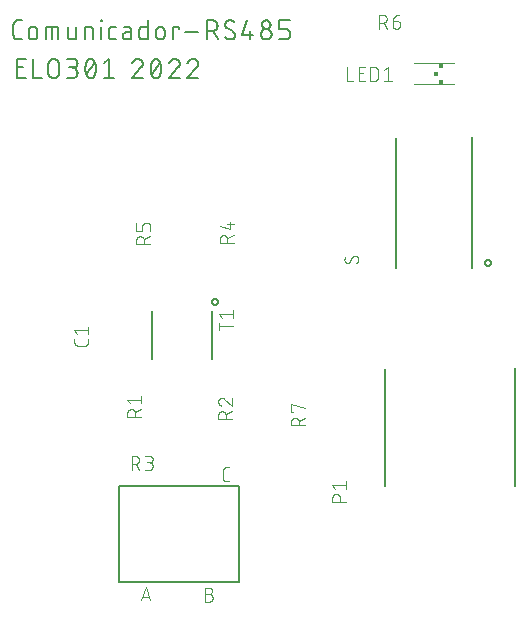
<source format=gto>
G04 EAGLE Gerber RS-274X export*
G75*
%MOMM*%
%FSLAX34Y34*%
%LPD*%
%INSilkscreen Top*%
%IPPOS*%
%AMOC8*
5,1,8,0,0,1.08239X$1,22.5*%
G01*
%ADD10C,0.101600*%
%ADD11C,0.152400*%
%ADD12C,0.203200*%
%ADD13R,0.425000X0.325000*%
%ADD14R,0.350000X0.350000*%
%ADD15C,0.050000*%
%ADD16C,0.127000*%


D10*
X361467Y133272D02*
X365362Y144956D01*
X369256Y133272D01*
X368283Y136193D02*
X362441Y136193D01*
X415713Y138590D02*
X418959Y138590D01*
X418959Y138591D02*
X419072Y138589D01*
X419185Y138583D01*
X419298Y138573D01*
X419411Y138559D01*
X419523Y138542D01*
X419634Y138520D01*
X419744Y138495D01*
X419854Y138465D01*
X419962Y138432D01*
X420069Y138395D01*
X420175Y138355D01*
X420279Y138310D01*
X420382Y138262D01*
X420483Y138211D01*
X420582Y138156D01*
X420679Y138098D01*
X420774Y138036D01*
X420867Y137971D01*
X420957Y137903D01*
X421045Y137832D01*
X421131Y137757D01*
X421214Y137680D01*
X421294Y137600D01*
X421371Y137517D01*
X421446Y137431D01*
X421517Y137343D01*
X421585Y137253D01*
X421650Y137160D01*
X421712Y137065D01*
X421770Y136968D01*
X421825Y136869D01*
X421876Y136768D01*
X421924Y136665D01*
X421969Y136561D01*
X422009Y136455D01*
X422046Y136348D01*
X422079Y136240D01*
X422109Y136130D01*
X422134Y136020D01*
X422156Y135909D01*
X422173Y135797D01*
X422187Y135684D01*
X422197Y135571D01*
X422203Y135458D01*
X422205Y135345D01*
X422203Y135232D01*
X422197Y135119D01*
X422187Y135006D01*
X422173Y134893D01*
X422156Y134781D01*
X422134Y134670D01*
X422109Y134560D01*
X422079Y134450D01*
X422046Y134342D01*
X422009Y134235D01*
X421969Y134129D01*
X421924Y134025D01*
X421876Y133922D01*
X421825Y133821D01*
X421770Y133722D01*
X421712Y133625D01*
X421650Y133530D01*
X421585Y133437D01*
X421517Y133347D01*
X421446Y133259D01*
X421371Y133173D01*
X421294Y133090D01*
X421214Y133010D01*
X421131Y132933D01*
X421045Y132858D01*
X420957Y132787D01*
X420867Y132719D01*
X420774Y132654D01*
X420679Y132592D01*
X420582Y132534D01*
X420483Y132479D01*
X420382Y132428D01*
X420279Y132380D01*
X420175Y132335D01*
X420069Y132295D01*
X419962Y132258D01*
X419854Y132225D01*
X419744Y132195D01*
X419634Y132170D01*
X419523Y132148D01*
X419411Y132131D01*
X419298Y132117D01*
X419185Y132107D01*
X419072Y132101D01*
X418959Y132099D01*
X415713Y132099D01*
X415713Y143783D01*
X418959Y143783D01*
X419060Y143781D01*
X419160Y143775D01*
X419260Y143765D01*
X419360Y143752D01*
X419459Y143734D01*
X419558Y143713D01*
X419655Y143688D01*
X419752Y143659D01*
X419847Y143626D01*
X419941Y143590D01*
X420033Y143550D01*
X420124Y143507D01*
X420213Y143460D01*
X420300Y143410D01*
X420386Y143356D01*
X420469Y143299D01*
X420549Y143239D01*
X420628Y143176D01*
X420704Y143109D01*
X420777Y143040D01*
X420847Y142968D01*
X420915Y142894D01*
X420980Y142817D01*
X421041Y142737D01*
X421100Y142655D01*
X421155Y142571D01*
X421207Y142485D01*
X421256Y142397D01*
X421301Y142307D01*
X421343Y142215D01*
X421381Y142122D01*
X421415Y142027D01*
X421446Y141932D01*
X421473Y141835D01*
X421496Y141737D01*
X421516Y141638D01*
X421531Y141538D01*
X421543Y141438D01*
X421551Y141338D01*
X421555Y141237D01*
X421555Y141137D01*
X421551Y141036D01*
X421543Y140936D01*
X421531Y140836D01*
X421516Y140736D01*
X421496Y140637D01*
X421473Y140539D01*
X421446Y140442D01*
X421415Y140347D01*
X421381Y140252D01*
X421343Y140159D01*
X421301Y140067D01*
X421256Y139977D01*
X421207Y139889D01*
X421155Y139803D01*
X421100Y139719D01*
X421041Y139637D01*
X420980Y139557D01*
X420915Y139480D01*
X420847Y139406D01*
X420777Y139334D01*
X420704Y139265D01*
X420628Y139198D01*
X420549Y139135D01*
X420469Y139075D01*
X420386Y139018D01*
X420300Y138964D01*
X420213Y138914D01*
X420124Y138867D01*
X420033Y138824D01*
X419941Y138784D01*
X419847Y138748D01*
X419752Y138715D01*
X419655Y138686D01*
X419558Y138661D01*
X419459Y138640D01*
X419360Y138622D01*
X419260Y138609D01*
X419160Y138599D01*
X419060Y138593D01*
X418959Y138591D01*
D11*
X263758Y575458D02*
X256533Y575458D01*
X256533Y591714D01*
X263758Y591714D01*
X261952Y584489D02*
X256533Y584489D01*
X270080Y591714D02*
X270080Y575458D01*
X277305Y575458D01*
X283076Y579974D02*
X283076Y587198D01*
X283078Y587331D01*
X283084Y587463D01*
X283094Y587595D01*
X283107Y587727D01*
X283125Y587859D01*
X283146Y587989D01*
X283171Y588120D01*
X283200Y588249D01*
X283233Y588377D01*
X283269Y588505D01*
X283309Y588631D01*
X283353Y588756D01*
X283401Y588880D01*
X283452Y589002D01*
X283507Y589123D01*
X283565Y589242D01*
X283627Y589360D01*
X283692Y589475D01*
X283761Y589589D01*
X283832Y589700D01*
X283908Y589809D01*
X283986Y589916D01*
X284067Y590021D01*
X284152Y590123D01*
X284239Y590223D01*
X284329Y590320D01*
X284422Y590415D01*
X284518Y590506D01*
X284616Y590595D01*
X284717Y590681D01*
X284821Y590764D01*
X284927Y590844D01*
X285035Y590920D01*
X285145Y590994D01*
X285258Y591064D01*
X285372Y591131D01*
X285489Y591194D01*
X285607Y591254D01*
X285727Y591311D01*
X285849Y591364D01*
X285972Y591413D01*
X286096Y591459D01*
X286222Y591501D01*
X286349Y591539D01*
X286477Y591574D01*
X286606Y591605D01*
X286735Y591632D01*
X286866Y591655D01*
X286997Y591675D01*
X287129Y591690D01*
X287261Y591702D01*
X287393Y591710D01*
X287526Y591714D01*
X287658Y591714D01*
X287791Y591710D01*
X287923Y591702D01*
X288055Y591690D01*
X288187Y591675D01*
X288318Y591655D01*
X288449Y591632D01*
X288578Y591605D01*
X288707Y591574D01*
X288835Y591539D01*
X288962Y591501D01*
X289088Y591459D01*
X289212Y591413D01*
X289335Y591364D01*
X289457Y591311D01*
X289577Y591254D01*
X289695Y591194D01*
X289812Y591131D01*
X289926Y591064D01*
X290039Y590994D01*
X290149Y590920D01*
X290257Y590844D01*
X290363Y590764D01*
X290467Y590681D01*
X290568Y590595D01*
X290666Y590506D01*
X290762Y590415D01*
X290855Y590320D01*
X290945Y590223D01*
X291032Y590123D01*
X291117Y590021D01*
X291198Y589916D01*
X291276Y589809D01*
X291352Y589700D01*
X291423Y589589D01*
X291492Y589475D01*
X291557Y589360D01*
X291619Y589242D01*
X291677Y589123D01*
X291732Y589002D01*
X291783Y588880D01*
X291831Y588756D01*
X291875Y588631D01*
X291915Y588505D01*
X291951Y588377D01*
X291984Y588249D01*
X292013Y588120D01*
X292038Y587989D01*
X292059Y587859D01*
X292077Y587727D01*
X292090Y587595D01*
X292100Y587463D01*
X292106Y587331D01*
X292108Y587198D01*
X292107Y587198D02*
X292107Y579974D01*
X292108Y579974D02*
X292106Y579841D01*
X292100Y579709D01*
X292090Y579577D01*
X292077Y579445D01*
X292059Y579313D01*
X292038Y579183D01*
X292013Y579052D01*
X291984Y578923D01*
X291951Y578795D01*
X291915Y578667D01*
X291875Y578541D01*
X291831Y578416D01*
X291783Y578292D01*
X291732Y578170D01*
X291677Y578049D01*
X291619Y577930D01*
X291557Y577812D01*
X291492Y577697D01*
X291423Y577583D01*
X291352Y577472D01*
X291276Y577363D01*
X291198Y577256D01*
X291117Y577151D01*
X291032Y577049D01*
X290945Y576949D01*
X290855Y576852D01*
X290762Y576757D01*
X290666Y576666D01*
X290568Y576577D01*
X290467Y576491D01*
X290363Y576408D01*
X290257Y576328D01*
X290149Y576252D01*
X290039Y576178D01*
X289926Y576108D01*
X289812Y576041D01*
X289695Y575978D01*
X289577Y575918D01*
X289457Y575861D01*
X289335Y575808D01*
X289212Y575759D01*
X289088Y575713D01*
X288962Y575671D01*
X288835Y575633D01*
X288707Y575598D01*
X288578Y575567D01*
X288449Y575540D01*
X288318Y575517D01*
X288187Y575497D01*
X288055Y575482D01*
X287923Y575470D01*
X287791Y575462D01*
X287658Y575458D01*
X287526Y575458D01*
X287393Y575462D01*
X287261Y575470D01*
X287129Y575482D01*
X286997Y575497D01*
X286866Y575517D01*
X286735Y575540D01*
X286606Y575567D01*
X286477Y575598D01*
X286349Y575633D01*
X286222Y575671D01*
X286096Y575713D01*
X285972Y575759D01*
X285849Y575808D01*
X285727Y575861D01*
X285607Y575918D01*
X285489Y575978D01*
X285372Y576041D01*
X285258Y576108D01*
X285145Y576178D01*
X285035Y576252D01*
X284927Y576328D01*
X284821Y576408D01*
X284717Y576491D01*
X284616Y576577D01*
X284518Y576666D01*
X284422Y576757D01*
X284329Y576852D01*
X284239Y576949D01*
X284152Y577049D01*
X284067Y577151D01*
X283986Y577256D01*
X283908Y577363D01*
X283832Y577472D01*
X283761Y577583D01*
X283692Y577697D01*
X283627Y577812D01*
X283565Y577930D01*
X283507Y578049D01*
X283452Y578170D01*
X283401Y578292D01*
X283353Y578416D01*
X283309Y578541D01*
X283269Y578667D01*
X283233Y578795D01*
X283200Y578923D01*
X283171Y579052D01*
X283146Y579183D01*
X283125Y579313D01*
X283107Y579445D01*
X283094Y579577D01*
X283084Y579709D01*
X283078Y579841D01*
X283076Y579974D01*
X298708Y575458D02*
X303223Y575458D01*
X303356Y575460D01*
X303488Y575466D01*
X303620Y575476D01*
X303752Y575489D01*
X303884Y575507D01*
X304014Y575528D01*
X304145Y575553D01*
X304274Y575582D01*
X304402Y575615D01*
X304530Y575651D01*
X304656Y575691D01*
X304781Y575735D01*
X304905Y575783D01*
X305027Y575834D01*
X305148Y575889D01*
X305267Y575947D01*
X305385Y576009D01*
X305500Y576074D01*
X305614Y576143D01*
X305725Y576214D01*
X305834Y576290D01*
X305941Y576368D01*
X306046Y576449D01*
X306148Y576534D01*
X306248Y576621D01*
X306345Y576711D01*
X306440Y576804D01*
X306531Y576900D01*
X306620Y576998D01*
X306706Y577099D01*
X306789Y577203D01*
X306869Y577309D01*
X306945Y577417D01*
X307019Y577527D01*
X307089Y577640D01*
X307156Y577754D01*
X307219Y577871D01*
X307279Y577989D01*
X307336Y578109D01*
X307389Y578231D01*
X307438Y578354D01*
X307484Y578478D01*
X307526Y578604D01*
X307564Y578731D01*
X307599Y578859D01*
X307630Y578988D01*
X307657Y579117D01*
X307680Y579248D01*
X307700Y579379D01*
X307715Y579511D01*
X307727Y579643D01*
X307735Y579775D01*
X307739Y579908D01*
X307739Y580040D01*
X307735Y580173D01*
X307727Y580305D01*
X307715Y580437D01*
X307700Y580569D01*
X307680Y580700D01*
X307657Y580831D01*
X307630Y580960D01*
X307599Y581089D01*
X307564Y581217D01*
X307526Y581344D01*
X307484Y581470D01*
X307438Y581594D01*
X307389Y581717D01*
X307336Y581839D01*
X307279Y581959D01*
X307219Y582077D01*
X307156Y582194D01*
X307089Y582308D01*
X307019Y582421D01*
X306945Y582531D01*
X306869Y582639D01*
X306789Y582745D01*
X306706Y582849D01*
X306620Y582950D01*
X306531Y583048D01*
X306440Y583144D01*
X306345Y583237D01*
X306248Y583327D01*
X306148Y583414D01*
X306046Y583499D01*
X305941Y583580D01*
X305834Y583658D01*
X305725Y583734D01*
X305614Y583805D01*
X305500Y583874D01*
X305385Y583939D01*
X305267Y584001D01*
X305148Y584059D01*
X305027Y584114D01*
X304905Y584165D01*
X304781Y584213D01*
X304656Y584257D01*
X304530Y584297D01*
X304402Y584333D01*
X304274Y584366D01*
X304145Y584395D01*
X304014Y584420D01*
X303884Y584441D01*
X303752Y584459D01*
X303620Y584472D01*
X303488Y584482D01*
X303356Y584488D01*
X303223Y584490D01*
X304126Y591714D02*
X298708Y591714D01*
X304126Y591714D02*
X304245Y591712D01*
X304365Y591706D01*
X304484Y591696D01*
X304602Y591682D01*
X304721Y591665D01*
X304838Y591643D01*
X304955Y591618D01*
X305070Y591588D01*
X305185Y591555D01*
X305299Y591518D01*
X305411Y591478D01*
X305522Y591433D01*
X305631Y591385D01*
X305739Y591334D01*
X305845Y591279D01*
X305949Y591220D01*
X306051Y591158D01*
X306151Y591093D01*
X306249Y591024D01*
X306345Y590952D01*
X306438Y590877D01*
X306528Y590800D01*
X306616Y590719D01*
X306701Y590635D01*
X306783Y590548D01*
X306863Y590459D01*
X306939Y590367D01*
X307013Y590273D01*
X307083Y590176D01*
X307150Y590078D01*
X307214Y589977D01*
X307274Y589873D01*
X307331Y589768D01*
X307384Y589661D01*
X307434Y589553D01*
X307480Y589443D01*
X307522Y589331D01*
X307561Y589218D01*
X307596Y589104D01*
X307627Y588989D01*
X307655Y588872D01*
X307678Y588755D01*
X307698Y588638D01*
X307714Y588519D01*
X307726Y588400D01*
X307734Y588281D01*
X307738Y588162D01*
X307738Y588042D01*
X307734Y587923D01*
X307726Y587804D01*
X307714Y587685D01*
X307698Y587566D01*
X307678Y587449D01*
X307655Y587332D01*
X307627Y587215D01*
X307596Y587100D01*
X307561Y586986D01*
X307522Y586873D01*
X307480Y586761D01*
X307434Y586651D01*
X307384Y586543D01*
X307331Y586436D01*
X307274Y586331D01*
X307214Y586227D01*
X307150Y586126D01*
X307083Y586028D01*
X307013Y585931D01*
X306939Y585837D01*
X306863Y585745D01*
X306783Y585656D01*
X306701Y585569D01*
X306616Y585485D01*
X306528Y585404D01*
X306438Y585327D01*
X306345Y585252D01*
X306249Y585180D01*
X306151Y585111D01*
X306051Y585046D01*
X305949Y584984D01*
X305845Y584925D01*
X305739Y584870D01*
X305631Y584819D01*
X305522Y584771D01*
X305411Y584726D01*
X305299Y584686D01*
X305185Y584649D01*
X305070Y584616D01*
X304955Y584586D01*
X304838Y584561D01*
X304721Y584539D01*
X304602Y584522D01*
X304484Y584508D01*
X304365Y584498D01*
X304245Y584492D01*
X304126Y584490D01*
X304126Y584489D02*
X300514Y584489D01*
X314339Y583586D02*
X314343Y583906D01*
X314354Y584225D01*
X314373Y584545D01*
X314400Y584863D01*
X314434Y585181D01*
X314476Y585498D01*
X314526Y585814D01*
X314583Y586129D01*
X314647Y586442D01*
X314719Y586754D01*
X314798Y587064D01*
X314885Y587371D01*
X314979Y587677D01*
X315080Y587980D01*
X315189Y588281D01*
X315304Y588579D01*
X315427Y588875D01*
X315557Y589167D01*
X315694Y589456D01*
X315693Y589457D02*
X315732Y589565D01*
X315775Y589672D01*
X315821Y589777D01*
X315872Y589881D01*
X315925Y589983D01*
X315982Y590083D01*
X316043Y590181D01*
X316107Y590276D01*
X316174Y590370D01*
X316245Y590461D01*
X316318Y590550D01*
X316395Y590636D01*
X316474Y590719D01*
X316556Y590800D01*
X316641Y590878D01*
X316729Y590952D01*
X316819Y591024D01*
X316911Y591092D01*
X317006Y591158D01*
X317103Y591220D01*
X317202Y591278D01*
X317304Y591334D01*
X317406Y591385D01*
X317511Y591433D01*
X317617Y591478D01*
X317725Y591519D01*
X317834Y591556D01*
X317944Y591589D01*
X318056Y591618D01*
X318168Y591644D01*
X318281Y591666D01*
X318395Y591683D01*
X318509Y591697D01*
X318624Y591707D01*
X318739Y591713D01*
X318854Y591715D01*
X318854Y591714D02*
X318969Y591712D01*
X319084Y591706D01*
X319199Y591696D01*
X319313Y591682D01*
X319427Y591665D01*
X319540Y591643D01*
X319652Y591617D01*
X319764Y591588D01*
X319874Y591555D01*
X319983Y591518D01*
X320091Y591477D01*
X320197Y591432D01*
X320302Y591384D01*
X320404Y591333D01*
X320505Y591277D01*
X320605Y591219D01*
X320702Y591157D01*
X320796Y591092D01*
X320889Y591023D01*
X320979Y590951D01*
X321067Y590877D01*
X321152Y590799D01*
X321234Y590718D01*
X321313Y590635D01*
X321390Y590549D01*
X321463Y590460D01*
X321534Y590369D01*
X321601Y590275D01*
X321665Y590180D01*
X321726Y590082D01*
X321783Y589982D01*
X321836Y589880D01*
X321887Y589776D01*
X321933Y589671D01*
X321976Y589564D01*
X322015Y589456D01*
X322152Y589167D01*
X322282Y588875D01*
X322405Y588579D01*
X322520Y588281D01*
X322629Y587980D01*
X322730Y587677D01*
X322824Y587371D01*
X322911Y587064D01*
X322990Y586754D01*
X323062Y586442D01*
X323126Y586129D01*
X323183Y585814D01*
X323233Y585498D01*
X323275Y585181D01*
X323309Y584863D01*
X323336Y584545D01*
X323355Y584225D01*
X323366Y583906D01*
X323370Y583586D01*
X314339Y583586D02*
X314343Y583266D01*
X314354Y582947D01*
X314373Y582627D01*
X314400Y582309D01*
X314434Y581991D01*
X314476Y581674D01*
X314526Y581358D01*
X314583Y581043D01*
X314647Y580730D01*
X314719Y580418D01*
X314798Y580108D01*
X314885Y579801D01*
X314979Y579495D01*
X315080Y579192D01*
X315189Y578891D01*
X315304Y578593D01*
X315427Y578297D01*
X315557Y578005D01*
X315694Y577716D01*
X315693Y577716D02*
X315732Y577608D01*
X315775Y577501D01*
X315821Y577396D01*
X315872Y577292D01*
X315925Y577190D01*
X315982Y577090D01*
X316043Y576992D01*
X316107Y576897D01*
X316174Y576803D01*
X316245Y576712D01*
X316318Y576623D01*
X316395Y576537D01*
X316474Y576454D01*
X316556Y576373D01*
X316641Y576295D01*
X316729Y576221D01*
X316819Y576149D01*
X316912Y576080D01*
X317006Y576015D01*
X317103Y575953D01*
X317203Y575895D01*
X317304Y575839D01*
X317406Y575788D01*
X317511Y575740D01*
X317617Y575695D01*
X317725Y575654D01*
X317834Y575617D01*
X317944Y575584D01*
X318056Y575555D01*
X318168Y575529D01*
X318281Y575507D01*
X318395Y575490D01*
X318509Y575476D01*
X318624Y575466D01*
X318739Y575460D01*
X318854Y575458D01*
X322014Y577716D02*
X322151Y578005D01*
X322281Y578297D01*
X322404Y578593D01*
X322519Y578891D01*
X322628Y579192D01*
X322729Y579495D01*
X322823Y579801D01*
X322910Y580108D01*
X322989Y580418D01*
X323061Y580730D01*
X323125Y581043D01*
X323182Y581358D01*
X323232Y581674D01*
X323274Y581991D01*
X323308Y582309D01*
X323335Y582627D01*
X323354Y582947D01*
X323365Y583266D01*
X323369Y583586D01*
X322015Y577716D02*
X321976Y577608D01*
X321933Y577501D01*
X321887Y577396D01*
X321836Y577292D01*
X321783Y577190D01*
X321726Y577090D01*
X321665Y576992D01*
X321601Y576897D01*
X321534Y576803D01*
X321463Y576712D01*
X321390Y576623D01*
X321313Y576537D01*
X321234Y576454D01*
X321152Y576373D01*
X321067Y576295D01*
X320979Y576221D01*
X320889Y576149D01*
X320796Y576080D01*
X320702Y576015D01*
X320605Y575953D01*
X320505Y575895D01*
X320404Y575839D01*
X320301Y575788D01*
X320197Y575740D01*
X320091Y575695D01*
X319983Y575654D01*
X319874Y575617D01*
X319764Y575584D01*
X319652Y575555D01*
X319540Y575529D01*
X319427Y575507D01*
X319313Y575490D01*
X319199Y575476D01*
X319084Y575466D01*
X318969Y575460D01*
X318854Y575458D01*
X315242Y579070D02*
X322467Y588102D01*
X329970Y588102D02*
X334485Y591714D01*
X334485Y575458D01*
X329970Y575458D02*
X339001Y575458D01*
X358905Y591714D02*
X359030Y591712D01*
X359155Y591706D01*
X359280Y591697D01*
X359404Y591683D01*
X359528Y591666D01*
X359652Y591645D01*
X359774Y591620D01*
X359896Y591591D01*
X360017Y591559D01*
X360137Y591523D01*
X360256Y591483D01*
X360373Y591440D01*
X360489Y591393D01*
X360604Y591342D01*
X360716Y591288D01*
X360828Y591230D01*
X360937Y591170D01*
X361044Y591105D01*
X361150Y591038D01*
X361253Y590967D01*
X361354Y590893D01*
X361453Y590816D01*
X361549Y590736D01*
X361643Y590653D01*
X361734Y590568D01*
X361823Y590479D01*
X361908Y590388D01*
X361991Y590294D01*
X362071Y590198D01*
X362148Y590099D01*
X362222Y589998D01*
X362293Y589895D01*
X362360Y589789D01*
X362425Y589682D01*
X362485Y589573D01*
X362543Y589461D01*
X362597Y589349D01*
X362648Y589234D01*
X362695Y589118D01*
X362738Y589001D01*
X362778Y588882D01*
X362814Y588762D01*
X362846Y588641D01*
X362875Y588519D01*
X362900Y588397D01*
X362921Y588273D01*
X362938Y588149D01*
X362952Y588025D01*
X362961Y587900D01*
X362967Y587775D01*
X362969Y587650D01*
X358905Y591714D02*
X358762Y591712D01*
X358620Y591706D01*
X358477Y591696D01*
X358335Y591683D01*
X358194Y591665D01*
X358052Y591644D01*
X357912Y591619D01*
X357772Y591590D01*
X357633Y591557D01*
X357495Y591520D01*
X357358Y591480D01*
X357223Y591436D01*
X357088Y591388D01*
X356955Y591336D01*
X356823Y591281D01*
X356693Y591222D01*
X356565Y591160D01*
X356438Y591094D01*
X356313Y591025D01*
X356190Y590953D01*
X356070Y590877D01*
X355951Y590798D01*
X355834Y590715D01*
X355720Y590630D01*
X355608Y590541D01*
X355499Y590450D01*
X355392Y590355D01*
X355287Y590258D01*
X355186Y590157D01*
X355087Y590054D01*
X354991Y589949D01*
X354898Y589840D01*
X354808Y589729D01*
X354721Y589616D01*
X354637Y589501D01*
X354557Y589383D01*
X354479Y589263D01*
X354405Y589141D01*
X354335Y589017D01*
X354267Y588891D01*
X354204Y588763D01*
X354143Y588634D01*
X354086Y588503D01*
X354033Y588371D01*
X353984Y588237D01*
X353938Y588102D01*
X361614Y584489D02*
X361708Y584581D01*
X361798Y584675D01*
X361886Y584772D01*
X361971Y584872D01*
X362053Y584974D01*
X362132Y585079D01*
X362207Y585186D01*
X362279Y585295D01*
X362348Y585406D01*
X362414Y585520D01*
X362476Y585635D01*
X362535Y585752D01*
X362590Y585871D01*
X362641Y585991D01*
X362689Y586113D01*
X362734Y586236D01*
X362774Y586360D01*
X362811Y586486D01*
X362844Y586613D01*
X362873Y586740D01*
X362899Y586869D01*
X362920Y586998D01*
X362938Y587128D01*
X362951Y587258D01*
X362961Y587388D01*
X362967Y587519D01*
X362969Y587650D01*
X361614Y584489D02*
X353938Y575458D01*
X362969Y575458D01*
X369569Y583586D02*
X369573Y583906D01*
X369584Y584225D01*
X369603Y584545D01*
X369630Y584863D01*
X369664Y585181D01*
X369706Y585498D01*
X369756Y585814D01*
X369813Y586129D01*
X369877Y586442D01*
X369949Y586754D01*
X370028Y587064D01*
X370115Y587371D01*
X370209Y587677D01*
X370310Y587980D01*
X370419Y588281D01*
X370534Y588579D01*
X370657Y588875D01*
X370787Y589167D01*
X370924Y589456D01*
X370924Y589457D02*
X370963Y589565D01*
X371006Y589672D01*
X371052Y589777D01*
X371103Y589881D01*
X371156Y589983D01*
X371213Y590083D01*
X371274Y590181D01*
X371338Y590276D01*
X371405Y590370D01*
X371476Y590461D01*
X371549Y590550D01*
X371626Y590636D01*
X371705Y590719D01*
X371787Y590800D01*
X371872Y590878D01*
X371960Y590952D01*
X372050Y591024D01*
X372142Y591092D01*
X372237Y591158D01*
X372334Y591220D01*
X372433Y591278D01*
X372535Y591334D01*
X372637Y591385D01*
X372742Y591433D01*
X372848Y591478D01*
X372956Y591519D01*
X373065Y591556D01*
X373175Y591589D01*
X373287Y591618D01*
X373399Y591644D01*
X373512Y591666D01*
X373626Y591683D01*
X373740Y591697D01*
X373855Y591707D01*
X373970Y591713D01*
X374085Y591715D01*
X374085Y591714D02*
X374200Y591712D01*
X374315Y591706D01*
X374430Y591696D01*
X374544Y591682D01*
X374658Y591665D01*
X374771Y591643D01*
X374883Y591617D01*
X374995Y591588D01*
X375105Y591555D01*
X375214Y591518D01*
X375322Y591477D01*
X375428Y591432D01*
X375533Y591384D01*
X375635Y591333D01*
X375736Y591277D01*
X375836Y591219D01*
X375933Y591157D01*
X376027Y591092D01*
X376120Y591023D01*
X376210Y590951D01*
X376298Y590877D01*
X376383Y590799D01*
X376465Y590718D01*
X376544Y590635D01*
X376621Y590549D01*
X376694Y590460D01*
X376765Y590369D01*
X376832Y590275D01*
X376896Y590180D01*
X376957Y590082D01*
X377014Y589982D01*
X377067Y589880D01*
X377118Y589776D01*
X377164Y589671D01*
X377207Y589564D01*
X377246Y589456D01*
X377245Y589456D02*
X377382Y589167D01*
X377512Y588875D01*
X377635Y588579D01*
X377750Y588281D01*
X377859Y587980D01*
X377960Y587677D01*
X378054Y587371D01*
X378141Y587064D01*
X378220Y586754D01*
X378292Y586442D01*
X378356Y586129D01*
X378413Y585814D01*
X378463Y585498D01*
X378505Y585181D01*
X378539Y584863D01*
X378566Y584545D01*
X378585Y584225D01*
X378596Y583906D01*
X378600Y583586D01*
X369569Y583586D02*
X369573Y583266D01*
X369584Y582947D01*
X369603Y582627D01*
X369630Y582309D01*
X369664Y581991D01*
X369706Y581674D01*
X369756Y581358D01*
X369813Y581043D01*
X369877Y580730D01*
X369949Y580418D01*
X370028Y580108D01*
X370115Y579801D01*
X370209Y579495D01*
X370310Y579192D01*
X370419Y578891D01*
X370534Y578593D01*
X370657Y578297D01*
X370787Y578005D01*
X370924Y577716D01*
X370963Y577608D01*
X371006Y577501D01*
X371052Y577396D01*
X371103Y577292D01*
X371156Y577190D01*
X371213Y577090D01*
X371274Y576992D01*
X371338Y576897D01*
X371405Y576803D01*
X371476Y576712D01*
X371549Y576623D01*
X371626Y576537D01*
X371705Y576454D01*
X371787Y576373D01*
X371872Y576295D01*
X371960Y576221D01*
X372050Y576149D01*
X372143Y576080D01*
X372237Y576015D01*
X372334Y575953D01*
X372434Y575895D01*
X372535Y575839D01*
X372637Y575788D01*
X372742Y575740D01*
X372848Y575695D01*
X372956Y575654D01*
X373065Y575617D01*
X373175Y575584D01*
X373287Y575555D01*
X373399Y575529D01*
X373512Y575507D01*
X373626Y575490D01*
X373740Y575476D01*
X373855Y575466D01*
X373970Y575460D01*
X374085Y575458D01*
X377245Y577716D02*
X377382Y578005D01*
X377512Y578297D01*
X377635Y578593D01*
X377750Y578891D01*
X377859Y579192D01*
X377960Y579495D01*
X378054Y579801D01*
X378141Y580108D01*
X378220Y580418D01*
X378292Y580730D01*
X378356Y581043D01*
X378413Y581358D01*
X378463Y581674D01*
X378505Y581991D01*
X378539Y582309D01*
X378566Y582627D01*
X378585Y582947D01*
X378596Y583266D01*
X378600Y583586D01*
X377246Y577716D02*
X377207Y577608D01*
X377164Y577501D01*
X377118Y577396D01*
X377067Y577292D01*
X377014Y577190D01*
X376957Y577090D01*
X376896Y576992D01*
X376832Y576897D01*
X376765Y576803D01*
X376694Y576712D01*
X376621Y576623D01*
X376544Y576537D01*
X376465Y576454D01*
X376383Y576373D01*
X376298Y576295D01*
X376210Y576221D01*
X376120Y576149D01*
X376027Y576080D01*
X375933Y576015D01*
X375836Y575953D01*
X375736Y575895D01*
X375635Y575839D01*
X375532Y575788D01*
X375428Y575740D01*
X375322Y575695D01*
X375214Y575654D01*
X375105Y575617D01*
X374995Y575584D01*
X374883Y575555D01*
X374771Y575529D01*
X374658Y575507D01*
X374544Y575490D01*
X374430Y575476D01*
X374315Y575466D01*
X374200Y575460D01*
X374085Y575458D01*
X370472Y579070D02*
X377697Y588102D01*
X390167Y591714D02*
X390292Y591712D01*
X390417Y591706D01*
X390542Y591697D01*
X390666Y591683D01*
X390790Y591666D01*
X390914Y591645D01*
X391036Y591620D01*
X391158Y591591D01*
X391279Y591559D01*
X391399Y591523D01*
X391518Y591483D01*
X391635Y591440D01*
X391751Y591393D01*
X391866Y591342D01*
X391978Y591288D01*
X392090Y591230D01*
X392199Y591170D01*
X392306Y591105D01*
X392412Y591038D01*
X392515Y590967D01*
X392616Y590893D01*
X392715Y590816D01*
X392811Y590736D01*
X392905Y590653D01*
X392996Y590568D01*
X393085Y590479D01*
X393170Y590388D01*
X393253Y590294D01*
X393333Y590198D01*
X393410Y590099D01*
X393484Y589998D01*
X393555Y589895D01*
X393622Y589789D01*
X393687Y589682D01*
X393747Y589573D01*
X393805Y589461D01*
X393859Y589349D01*
X393910Y589234D01*
X393957Y589118D01*
X394000Y589001D01*
X394040Y588882D01*
X394076Y588762D01*
X394108Y588641D01*
X394137Y588519D01*
X394162Y588397D01*
X394183Y588273D01*
X394200Y588149D01*
X394214Y588025D01*
X394223Y587900D01*
X394229Y587775D01*
X394231Y587650D01*
X390167Y591714D02*
X390024Y591712D01*
X389882Y591706D01*
X389739Y591696D01*
X389597Y591683D01*
X389456Y591665D01*
X389314Y591644D01*
X389174Y591619D01*
X389034Y591590D01*
X388895Y591557D01*
X388757Y591520D01*
X388620Y591480D01*
X388485Y591436D01*
X388350Y591388D01*
X388217Y591336D01*
X388085Y591281D01*
X387955Y591222D01*
X387827Y591160D01*
X387700Y591094D01*
X387575Y591025D01*
X387452Y590953D01*
X387332Y590877D01*
X387213Y590798D01*
X387096Y590715D01*
X386982Y590630D01*
X386870Y590541D01*
X386761Y590450D01*
X386654Y590355D01*
X386549Y590258D01*
X386448Y590157D01*
X386349Y590054D01*
X386253Y589949D01*
X386160Y589840D01*
X386070Y589729D01*
X385983Y589616D01*
X385899Y589501D01*
X385819Y589383D01*
X385741Y589263D01*
X385667Y589141D01*
X385597Y589017D01*
X385529Y588891D01*
X385466Y588763D01*
X385405Y588634D01*
X385348Y588503D01*
X385295Y588371D01*
X385246Y588237D01*
X385200Y588102D01*
X392876Y584489D02*
X392970Y584581D01*
X393060Y584675D01*
X393148Y584772D01*
X393233Y584872D01*
X393315Y584974D01*
X393394Y585079D01*
X393469Y585186D01*
X393541Y585295D01*
X393610Y585406D01*
X393676Y585520D01*
X393738Y585635D01*
X393797Y585752D01*
X393852Y585871D01*
X393903Y585991D01*
X393951Y586113D01*
X393996Y586236D01*
X394036Y586360D01*
X394073Y586486D01*
X394106Y586613D01*
X394135Y586740D01*
X394161Y586869D01*
X394182Y586998D01*
X394200Y587128D01*
X394213Y587258D01*
X394223Y587388D01*
X394229Y587519D01*
X394231Y587650D01*
X392877Y584489D02*
X385200Y575458D01*
X394231Y575458D01*
X409863Y587650D02*
X409861Y587775D01*
X409855Y587900D01*
X409846Y588025D01*
X409832Y588149D01*
X409815Y588273D01*
X409794Y588397D01*
X409769Y588519D01*
X409740Y588641D01*
X409708Y588762D01*
X409672Y588882D01*
X409632Y589001D01*
X409589Y589118D01*
X409542Y589234D01*
X409491Y589349D01*
X409437Y589461D01*
X409379Y589573D01*
X409319Y589682D01*
X409254Y589789D01*
X409187Y589895D01*
X409116Y589998D01*
X409042Y590099D01*
X408965Y590198D01*
X408885Y590294D01*
X408802Y590388D01*
X408717Y590479D01*
X408628Y590568D01*
X408537Y590653D01*
X408443Y590736D01*
X408347Y590816D01*
X408248Y590893D01*
X408147Y590967D01*
X408044Y591038D01*
X407938Y591105D01*
X407831Y591170D01*
X407722Y591230D01*
X407610Y591288D01*
X407498Y591342D01*
X407383Y591393D01*
X407267Y591440D01*
X407150Y591483D01*
X407031Y591523D01*
X406911Y591559D01*
X406790Y591591D01*
X406668Y591620D01*
X406546Y591645D01*
X406422Y591666D01*
X406298Y591683D01*
X406174Y591697D01*
X406049Y591706D01*
X405924Y591712D01*
X405799Y591714D01*
X405656Y591712D01*
X405514Y591706D01*
X405371Y591696D01*
X405229Y591683D01*
X405088Y591665D01*
X404946Y591644D01*
X404806Y591619D01*
X404666Y591590D01*
X404527Y591557D01*
X404389Y591520D01*
X404252Y591480D01*
X404117Y591436D01*
X403982Y591388D01*
X403849Y591336D01*
X403717Y591281D01*
X403587Y591222D01*
X403459Y591160D01*
X403332Y591094D01*
X403207Y591025D01*
X403084Y590953D01*
X402964Y590877D01*
X402845Y590798D01*
X402728Y590715D01*
X402614Y590630D01*
X402502Y590541D01*
X402393Y590450D01*
X402286Y590355D01*
X402181Y590258D01*
X402080Y590157D01*
X401981Y590054D01*
X401885Y589949D01*
X401792Y589840D01*
X401702Y589729D01*
X401615Y589616D01*
X401531Y589501D01*
X401451Y589383D01*
X401373Y589263D01*
X401299Y589141D01*
X401229Y589017D01*
X401161Y588891D01*
X401098Y588763D01*
X401037Y588634D01*
X400980Y588503D01*
X400927Y588371D01*
X400878Y588237D01*
X400832Y588102D01*
X408507Y584489D02*
X408601Y584581D01*
X408691Y584675D01*
X408779Y584772D01*
X408864Y584872D01*
X408946Y584974D01*
X409025Y585079D01*
X409100Y585186D01*
X409172Y585295D01*
X409241Y585406D01*
X409307Y585520D01*
X409369Y585635D01*
X409428Y585752D01*
X409483Y585871D01*
X409534Y585991D01*
X409582Y586113D01*
X409627Y586236D01*
X409667Y586360D01*
X409704Y586486D01*
X409737Y586613D01*
X409766Y586740D01*
X409792Y586869D01*
X409813Y586998D01*
X409831Y587128D01*
X409844Y587258D01*
X409854Y587388D01*
X409860Y587519D01*
X409862Y587650D01*
X408508Y584489D02*
X400831Y575458D01*
X409863Y575458D01*
X260765Y608185D02*
X257152Y608185D01*
X257034Y608187D01*
X256916Y608193D01*
X256798Y608202D01*
X256681Y608216D01*
X256564Y608233D01*
X256447Y608254D01*
X256332Y608279D01*
X256217Y608308D01*
X256103Y608341D01*
X255991Y608377D01*
X255880Y608417D01*
X255770Y608460D01*
X255661Y608507D01*
X255554Y608557D01*
X255449Y608612D01*
X255346Y608669D01*
X255245Y608730D01*
X255145Y608794D01*
X255048Y608861D01*
X254953Y608931D01*
X254861Y609005D01*
X254770Y609081D01*
X254683Y609161D01*
X254598Y609243D01*
X254516Y609328D01*
X254436Y609415D01*
X254360Y609506D01*
X254286Y609598D01*
X254216Y609693D01*
X254149Y609790D01*
X254085Y609890D01*
X254024Y609991D01*
X253967Y610094D01*
X253912Y610199D01*
X253862Y610306D01*
X253815Y610415D01*
X253772Y610525D01*
X253732Y610636D01*
X253696Y610748D01*
X253663Y610862D01*
X253634Y610977D01*
X253609Y611092D01*
X253588Y611209D01*
X253571Y611326D01*
X253557Y611443D01*
X253548Y611561D01*
X253542Y611679D01*
X253540Y611797D01*
X253540Y620829D01*
X253542Y620947D01*
X253548Y621065D01*
X253557Y621183D01*
X253571Y621300D01*
X253588Y621417D01*
X253609Y621534D01*
X253634Y621649D01*
X253663Y621764D01*
X253696Y621878D01*
X253732Y621990D01*
X253772Y622101D01*
X253815Y622211D01*
X253862Y622320D01*
X253912Y622427D01*
X253966Y622532D01*
X254024Y622635D01*
X254085Y622736D01*
X254149Y622836D01*
X254216Y622933D01*
X254286Y623028D01*
X254360Y623120D01*
X254436Y623211D01*
X254516Y623298D01*
X254598Y623383D01*
X254683Y623465D01*
X254770Y623545D01*
X254861Y623621D01*
X254953Y623695D01*
X255048Y623765D01*
X255145Y623832D01*
X255245Y623896D01*
X255346Y623957D01*
X255449Y624014D01*
X255554Y624068D01*
X255661Y624119D01*
X255770Y624166D01*
X255880Y624209D01*
X255991Y624249D01*
X256103Y624285D01*
X256217Y624318D01*
X256332Y624347D01*
X256447Y624372D01*
X256564Y624393D01*
X256681Y624410D01*
X256798Y624424D01*
X256916Y624433D01*
X257034Y624439D01*
X257152Y624441D01*
X260765Y624441D01*
X266467Y615410D02*
X266467Y611797D01*
X266467Y615410D02*
X266469Y615529D01*
X266475Y615649D01*
X266485Y615768D01*
X266499Y615886D01*
X266516Y616005D01*
X266538Y616122D01*
X266563Y616239D01*
X266593Y616354D01*
X266626Y616469D01*
X266663Y616583D01*
X266703Y616695D01*
X266748Y616806D01*
X266796Y616915D01*
X266847Y617023D01*
X266902Y617129D01*
X266961Y617233D01*
X267023Y617335D01*
X267088Y617435D01*
X267157Y617533D01*
X267229Y617629D01*
X267304Y617722D01*
X267381Y617812D01*
X267462Y617900D01*
X267546Y617985D01*
X267633Y618067D01*
X267722Y618147D01*
X267814Y618223D01*
X267908Y618297D01*
X268005Y618367D01*
X268103Y618434D01*
X268204Y618498D01*
X268308Y618558D01*
X268413Y618615D01*
X268520Y618668D01*
X268628Y618718D01*
X268738Y618764D01*
X268850Y618806D01*
X268963Y618845D01*
X269077Y618880D01*
X269192Y618911D01*
X269309Y618939D01*
X269426Y618962D01*
X269543Y618982D01*
X269662Y618998D01*
X269781Y619010D01*
X269900Y619018D01*
X270019Y619022D01*
X270139Y619022D01*
X270258Y619018D01*
X270377Y619010D01*
X270496Y618998D01*
X270615Y618982D01*
X270732Y618962D01*
X270849Y618939D01*
X270966Y618911D01*
X271081Y618880D01*
X271195Y618845D01*
X271308Y618806D01*
X271420Y618764D01*
X271530Y618718D01*
X271638Y618668D01*
X271745Y618615D01*
X271850Y618558D01*
X271954Y618498D01*
X272055Y618434D01*
X272153Y618367D01*
X272250Y618297D01*
X272344Y618223D01*
X272436Y618147D01*
X272525Y618067D01*
X272612Y617985D01*
X272696Y617900D01*
X272777Y617812D01*
X272854Y617722D01*
X272929Y617629D01*
X273001Y617533D01*
X273070Y617435D01*
X273135Y617335D01*
X273197Y617233D01*
X273256Y617129D01*
X273311Y617023D01*
X273362Y616915D01*
X273410Y616806D01*
X273455Y616695D01*
X273495Y616583D01*
X273532Y616469D01*
X273565Y616354D01*
X273595Y616239D01*
X273620Y616122D01*
X273642Y616005D01*
X273659Y615886D01*
X273673Y615768D01*
X273683Y615649D01*
X273689Y615529D01*
X273691Y615410D01*
X273691Y611797D01*
X273689Y611678D01*
X273683Y611558D01*
X273673Y611439D01*
X273659Y611321D01*
X273642Y611202D01*
X273620Y611085D01*
X273595Y610968D01*
X273565Y610853D01*
X273532Y610738D01*
X273495Y610624D01*
X273455Y610512D01*
X273410Y610401D01*
X273362Y610292D01*
X273311Y610184D01*
X273256Y610078D01*
X273197Y609974D01*
X273135Y609872D01*
X273070Y609772D01*
X273001Y609674D01*
X272929Y609578D01*
X272854Y609485D01*
X272777Y609395D01*
X272696Y609307D01*
X272612Y609222D01*
X272525Y609140D01*
X272436Y609060D01*
X272344Y608984D01*
X272250Y608910D01*
X272153Y608840D01*
X272055Y608773D01*
X271954Y608709D01*
X271850Y608649D01*
X271745Y608592D01*
X271638Y608539D01*
X271530Y608489D01*
X271420Y608443D01*
X271308Y608401D01*
X271195Y608362D01*
X271081Y608327D01*
X270966Y608296D01*
X270849Y608268D01*
X270732Y608245D01*
X270615Y608225D01*
X270496Y608209D01*
X270377Y608197D01*
X270258Y608189D01*
X270139Y608185D01*
X270019Y608185D01*
X269900Y608189D01*
X269781Y608197D01*
X269662Y608209D01*
X269543Y608225D01*
X269426Y608245D01*
X269309Y608268D01*
X269192Y608296D01*
X269077Y608327D01*
X268963Y608362D01*
X268850Y608401D01*
X268738Y608443D01*
X268628Y608489D01*
X268520Y608539D01*
X268413Y608592D01*
X268308Y608649D01*
X268204Y608709D01*
X268103Y608773D01*
X268005Y608840D01*
X267908Y608910D01*
X267814Y608984D01*
X267722Y609060D01*
X267633Y609140D01*
X267546Y609222D01*
X267462Y609307D01*
X267381Y609395D01*
X267304Y609485D01*
X267229Y609578D01*
X267157Y609674D01*
X267088Y609772D01*
X267023Y609872D01*
X266961Y609974D01*
X266902Y610078D01*
X266847Y610184D01*
X266796Y610292D01*
X266748Y610401D01*
X266703Y610512D01*
X266663Y610624D01*
X266626Y610738D01*
X266593Y610853D01*
X266563Y610968D01*
X266538Y611085D01*
X266516Y611202D01*
X266499Y611321D01*
X266485Y611439D01*
X266475Y611558D01*
X266469Y611678D01*
X266467Y611797D01*
X280813Y608185D02*
X280813Y619022D01*
X288941Y619022D01*
X289042Y619020D01*
X289143Y619014D01*
X289244Y619005D01*
X289345Y618992D01*
X289445Y618975D01*
X289544Y618954D01*
X289642Y618930D01*
X289739Y618902D01*
X289836Y618870D01*
X289931Y618835D01*
X290024Y618796D01*
X290116Y618754D01*
X290207Y618708D01*
X290296Y618659D01*
X290382Y618607D01*
X290467Y618551D01*
X290550Y618493D01*
X290630Y618431D01*
X290708Y618366D01*
X290784Y618299D01*
X290857Y618229D01*
X290927Y618156D01*
X290994Y618080D01*
X291059Y618002D01*
X291121Y617922D01*
X291179Y617839D01*
X291235Y617754D01*
X291287Y617668D01*
X291336Y617579D01*
X291382Y617488D01*
X291424Y617396D01*
X291463Y617303D01*
X291498Y617208D01*
X291530Y617111D01*
X291558Y617014D01*
X291582Y616916D01*
X291603Y616817D01*
X291620Y616717D01*
X291633Y616616D01*
X291642Y616515D01*
X291648Y616414D01*
X291650Y616313D01*
X291650Y608185D01*
X286231Y608185D02*
X286231Y619022D01*
X299292Y619022D02*
X299292Y610894D01*
X299294Y610793D01*
X299300Y610692D01*
X299309Y610591D01*
X299322Y610490D01*
X299339Y610390D01*
X299360Y610291D01*
X299384Y610193D01*
X299412Y610096D01*
X299444Y609999D01*
X299479Y609904D01*
X299518Y609811D01*
X299560Y609719D01*
X299606Y609628D01*
X299655Y609540D01*
X299707Y609453D01*
X299763Y609368D01*
X299821Y609285D01*
X299883Y609205D01*
X299948Y609127D01*
X300015Y609051D01*
X300085Y608978D01*
X300158Y608908D01*
X300234Y608841D01*
X300312Y608776D01*
X300392Y608714D01*
X300475Y608656D01*
X300560Y608600D01*
X300647Y608548D01*
X300735Y608499D01*
X300826Y608453D01*
X300918Y608411D01*
X301011Y608372D01*
X301106Y608337D01*
X301203Y608305D01*
X301300Y608277D01*
X301398Y608253D01*
X301497Y608232D01*
X301597Y608215D01*
X301698Y608202D01*
X301799Y608193D01*
X301900Y608187D01*
X302001Y608185D01*
X306517Y608185D01*
X306517Y619022D01*
X313881Y619022D02*
X313881Y608185D01*
X313881Y619022D02*
X318397Y619022D01*
X318501Y619020D01*
X318604Y619014D01*
X318708Y619004D01*
X318811Y618990D01*
X318913Y618972D01*
X319014Y618951D01*
X319115Y618925D01*
X319214Y618896D01*
X319313Y618863D01*
X319410Y618826D01*
X319505Y618785D01*
X319599Y618741D01*
X319691Y618693D01*
X319781Y618642D01*
X319870Y618587D01*
X319956Y618529D01*
X320039Y618467D01*
X320121Y618403D01*
X320199Y618335D01*
X320275Y618265D01*
X320349Y618192D01*
X320419Y618115D01*
X320487Y618037D01*
X320551Y617955D01*
X320613Y617872D01*
X320671Y617786D01*
X320726Y617697D01*
X320777Y617607D01*
X320825Y617515D01*
X320869Y617421D01*
X320910Y617326D01*
X320947Y617229D01*
X320980Y617130D01*
X321009Y617031D01*
X321035Y616930D01*
X321056Y616829D01*
X321074Y616727D01*
X321088Y616624D01*
X321098Y616520D01*
X321104Y616417D01*
X321106Y616313D01*
X321106Y608185D01*
X327914Y608185D02*
X327914Y619022D01*
X327463Y623538D02*
X327463Y624441D01*
X328366Y624441D01*
X328366Y623538D01*
X327463Y623538D01*
X336929Y608185D02*
X340541Y608185D01*
X336929Y608185D02*
X336828Y608187D01*
X336727Y608193D01*
X336626Y608202D01*
X336525Y608215D01*
X336425Y608232D01*
X336326Y608253D01*
X336228Y608277D01*
X336131Y608305D01*
X336034Y608337D01*
X335939Y608372D01*
X335846Y608411D01*
X335754Y608453D01*
X335663Y608499D01*
X335575Y608548D01*
X335488Y608600D01*
X335403Y608656D01*
X335320Y608714D01*
X335240Y608776D01*
X335162Y608841D01*
X335086Y608908D01*
X335013Y608978D01*
X334943Y609051D01*
X334876Y609127D01*
X334811Y609205D01*
X334749Y609285D01*
X334691Y609368D01*
X334635Y609453D01*
X334583Y609540D01*
X334534Y609628D01*
X334488Y609719D01*
X334446Y609811D01*
X334407Y609904D01*
X334372Y609999D01*
X334340Y610096D01*
X334312Y610193D01*
X334288Y610291D01*
X334267Y610390D01*
X334250Y610490D01*
X334237Y610591D01*
X334228Y610692D01*
X334222Y610793D01*
X334220Y610894D01*
X334219Y610894D02*
X334219Y616313D01*
X334220Y616313D02*
X334222Y616414D01*
X334228Y616515D01*
X334237Y616616D01*
X334250Y616717D01*
X334267Y616817D01*
X334288Y616916D01*
X334312Y617014D01*
X334340Y617111D01*
X334372Y617208D01*
X334407Y617303D01*
X334446Y617396D01*
X334488Y617488D01*
X334534Y617579D01*
X334583Y617668D01*
X334635Y617754D01*
X334691Y617839D01*
X334749Y617922D01*
X334811Y618002D01*
X334876Y618080D01*
X334943Y618156D01*
X335013Y618229D01*
X335086Y618299D01*
X335162Y618366D01*
X335240Y618431D01*
X335320Y618493D01*
X335403Y618551D01*
X335488Y618607D01*
X335575Y618659D01*
X335663Y618708D01*
X335754Y618754D01*
X335846Y618796D01*
X335939Y618835D01*
X336034Y618870D01*
X336131Y618902D01*
X336228Y618930D01*
X336326Y618954D01*
X336425Y618975D01*
X336525Y618992D01*
X336626Y619005D01*
X336727Y619014D01*
X336828Y619020D01*
X336929Y619022D01*
X340541Y619022D01*
X349273Y614507D02*
X353337Y614507D01*
X349273Y614507D02*
X349161Y614505D01*
X349050Y614499D01*
X348939Y614489D01*
X348828Y614476D01*
X348718Y614458D01*
X348609Y614436D01*
X348500Y614411D01*
X348392Y614382D01*
X348286Y614349D01*
X348180Y614312D01*
X348076Y614272D01*
X347974Y614228D01*
X347873Y614180D01*
X347774Y614129D01*
X347676Y614074D01*
X347581Y614016D01*
X347488Y613955D01*
X347397Y613890D01*
X347308Y613822D01*
X347222Y613751D01*
X347139Y613678D01*
X347058Y613601D01*
X346979Y613521D01*
X346904Y613439D01*
X346832Y613354D01*
X346762Y613267D01*
X346696Y613177D01*
X346633Y613085D01*
X346573Y612990D01*
X346517Y612894D01*
X346464Y612796D01*
X346415Y612696D01*
X346369Y612594D01*
X346327Y612491D01*
X346288Y612386D01*
X346253Y612280D01*
X346222Y612173D01*
X346195Y612065D01*
X346171Y611956D01*
X346152Y611846D01*
X346136Y611736D01*
X346124Y611625D01*
X346116Y611513D01*
X346112Y611402D01*
X346112Y611290D01*
X346116Y611179D01*
X346124Y611067D01*
X346136Y610956D01*
X346152Y610846D01*
X346171Y610736D01*
X346195Y610627D01*
X346222Y610519D01*
X346253Y610412D01*
X346288Y610306D01*
X346327Y610201D01*
X346369Y610098D01*
X346415Y609996D01*
X346464Y609896D01*
X346517Y609798D01*
X346573Y609702D01*
X346633Y609607D01*
X346696Y609515D01*
X346762Y609425D01*
X346832Y609338D01*
X346904Y609253D01*
X346979Y609171D01*
X347058Y609091D01*
X347139Y609014D01*
X347222Y608941D01*
X347308Y608870D01*
X347397Y608802D01*
X347488Y608737D01*
X347581Y608676D01*
X347676Y608618D01*
X347774Y608563D01*
X347873Y608512D01*
X347974Y608464D01*
X348076Y608420D01*
X348180Y608380D01*
X348286Y608343D01*
X348392Y608310D01*
X348500Y608281D01*
X348609Y608256D01*
X348718Y608234D01*
X348828Y608216D01*
X348939Y608203D01*
X349050Y608193D01*
X349161Y608187D01*
X349273Y608185D01*
X353337Y608185D01*
X353337Y616313D01*
X353335Y616414D01*
X353329Y616515D01*
X353320Y616616D01*
X353307Y616717D01*
X353290Y616817D01*
X353269Y616916D01*
X353245Y617014D01*
X353217Y617111D01*
X353185Y617208D01*
X353150Y617303D01*
X353111Y617396D01*
X353069Y617488D01*
X353023Y617579D01*
X352974Y617668D01*
X352922Y617754D01*
X352866Y617839D01*
X352808Y617922D01*
X352746Y618002D01*
X352681Y618080D01*
X352614Y618156D01*
X352544Y618229D01*
X352471Y618299D01*
X352395Y618366D01*
X352317Y618431D01*
X352237Y618493D01*
X352154Y618551D01*
X352069Y618607D01*
X351983Y618659D01*
X351894Y618708D01*
X351803Y618754D01*
X351711Y618796D01*
X351618Y618835D01*
X351523Y618870D01*
X351426Y618902D01*
X351329Y618930D01*
X351231Y618954D01*
X351132Y618975D01*
X351032Y618992D01*
X350931Y619005D01*
X350830Y619014D01*
X350729Y619020D01*
X350628Y619022D01*
X347016Y619022D01*
X367405Y624441D02*
X367405Y608185D01*
X362890Y608185D01*
X362789Y608187D01*
X362688Y608193D01*
X362587Y608202D01*
X362486Y608215D01*
X362386Y608232D01*
X362287Y608253D01*
X362189Y608277D01*
X362092Y608305D01*
X361995Y608337D01*
X361900Y608372D01*
X361807Y608411D01*
X361715Y608453D01*
X361624Y608499D01*
X361536Y608548D01*
X361449Y608600D01*
X361364Y608656D01*
X361281Y608714D01*
X361201Y608776D01*
X361123Y608841D01*
X361047Y608908D01*
X360974Y608978D01*
X360904Y609051D01*
X360837Y609127D01*
X360772Y609205D01*
X360710Y609285D01*
X360652Y609368D01*
X360596Y609453D01*
X360544Y609540D01*
X360495Y609628D01*
X360449Y609719D01*
X360407Y609811D01*
X360368Y609904D01*
X360333Y609999D01*
X360301Y610096D01*
X360273Y610193D01*
X360249Y610291D01*
X360228Y610390D01*
X360211Y610490D01*
X360198Y610591D01*
X360189Y610692D01*
X360183Y610793D01*
X360181Y610894D01*
X360181Y616313D01*
X360183Y616414D01*
X360189Y616515D01*
X360198Y616616D01*
X360211Y616717D01*
X360228Y616817D01*
X360249Y616916D01*
X360273Y617014D01*
X360301Y617111D01*
X360333Y617208D01*
X360368Y617303D01*
X360407Y617396D01*
X360449Y617488D01*
X360495Y617579D01*
X360544Y617668D01*
X360596Y617754D01*
X360652Y617839D01*
X360710Y617922D01*
X360772Y618002D01*
X360837Y618080D01*
X360904Y618156D01*
X360974Y618229D01*
X361047Y618299D01*
X361123Y618366D01*
X361201Y618431D01*
X361281Y618493D01*
X361364Y618551D01*
X361449Y618607D01*
X361536Y618659D01*
X361624Y618708D01*
X361715Y618754D01*
X361807Y618796D01*
X361900Y618835D01*
X361995Y618870D01*
X362092Y618902D01*
X362189Y618930D01*
X362287Y618954D01*
X362386Y618975D01*
X362486Y618992D01*
X362587Y619005D01*
X362688Y619014D01*
X362789Y619020D01*
X362890Y619022D01*
X367405Y619022D01*
X374322Y615410D02*
X374322Y611797D01*
X374322Y615410D02*
X374324Y615529D01*
X374330Y615649D01*
X374340Y615768D01*
X374354Y615886D01*
X374371Y616005D01*
X374393Y616122D01*
X374418Y616239D01*
X374448Y616354D01*
X374481Y616469D01*
X374518Y616583D01*
X374558Y616695D01*
X374603Y616806D01*
X374651Y616915D01*
X374702Y617023D01*
X374757Y617129D01*
X374816Y617233D01*
X374878Y617335D01*
X374943Y617435D01*
X375012Y617533D01*
X375084Y617629D01*
X375159Y617722D01*
X375236Y617812D01*
X375317Y617900D01*
X375401Y617985D01*
X375488Y618067D01*
X375577Y618147D01*
X375669Y618223D01*
X375763Y618297D01*
X375860Y618367D01*
X375958Y618434D01*
X376059Y618498D01*
X376163Y618558D01*
X376268Y618615D01*
X376375Y618668D01*
X376483Y618718D01*
X376593Y618764D01*
X376705Y618806D01*
X376818Y618845D01*
X376932Y618880D01*
X377047Y618911D01*
X377164Y618939D01*
X377281Y618962D01*
X377398Y618982D01*
X377517Y618998D01*
X377636Y619010D01*
X377755Y619018D01*
X377874Y619022D01*
X377994Y619022D01*
X378113Y619018D01*
X378232Y619010D01*
X378351Y618998D01*
X378470Y618982D01*
X378587Y618962D01*
X378704Y618939D01*
X378821Y618911D01*
X378936Y618880D01*
X379050Y618845D01*
X379163Y618806D01*
X379275Y618764D01*
X379385Y618718D01*
X379493Y618668D01*
X379600Y618615D01*
X379705Y618558D01*
X379809Y618498D01*
X379910Y618434D01*
X380008Y618367D01*
X380105Y618297D01*
X380199Y618223D01*
X380291Y618147D01*
X380380Y618067D01*
X380467Y617985D01*
X380551Y617900D01*
X380632Y617812D01*
X380709Y617722D01*
X380784Y617629D01*
X380856Y617533D01*
X380925Y617435D01*
X380990Y617335D01*
X381052Y617233D01*
X381111Y617129D01*
X381166Y617023D01*
X381217Y616915D01*
X381265Y616806D01*
X381310Y616695D01*
X381350Y616583D01*
X381387Y616469D01*
X381420Y616354D01*
X381450Y616239D01*
X381475Y616122D01*
X381497Y616005D01*
X381514Y615886D01*
X381528Y615768D01*
X381538Y615649D01*
X381544Y615529D01*
X381546Y615410D01*
X381547Y615410D02*
X381547Y611797D01*
X381546Y611797D02*
X381544Y611678D01*
X381538Y611558D01*
X381528Y611439D01*
X381514Y611321D01*
X381497Y611202D01*
X381475Y611085D01*
X381450Y610968D01*
X381420Y610853D01*
X381387Y610738D01*
X381350Y610624D01*
X381310Y610512D01*
X381265Y610401D01*
X381217Y610292D01*
X381166Y610184D01*
X381111Y610078D01*
X381052Y609974D01*
X380990Y609872D01*
X380925Y609772D01*
X380856Y609674D01*
X380784Y609578D01*
X380709Y609485D01*
X380632Y609395D01*
X380551Y609307D01*
X380467Y609222D01*
X380380Y609140D01*
X380291Y609060D01*
X380199Y608984D01*
X380105Y608910D01*
X380008Y608840D01*
X379910Y608773D01*
X379809Y608709D01*
X379705Y608649D01*
X379600Y608592D01*
X379493Y608539D01*
X379385Y608489D01*
X379275Y608443D01*
X379163Y608401D01*
X379050Y608362D01*
X378936Y608327D01*
X378821Y608296D01*
X378704Y608268D01*
X378587Y608245D01*
X378470Y608225D01*
X378351Y608209D01*
X378232Y608197D01*
X378113Y608189D01*
X377994Y608185D01*
X377874Y608185D01*
X377755Y608189D01*
X377636Y608197D01*
X377517Y608209D01*
X377398Y608225D01*
X377281Y608245D01*
X377164Y608268D01*
X377047Y608296D01*
X376932Y608327D01*
X376818Y608362D01*
X376705Y608401D01*
X376593Y608443D01*
X376483Y608489D01*
X376375Y608539D01*
X376268Y608592D01*
X376163Y608649D01*
X376059Y608709D01*
X375958Y608773D01*
X375860Y608840D01*
X375763Y608910D01*
X375669Y608984D01*
X375577Y609060D01*
X375488Y609140D01*
X375401Y609222D01*
X375317Y609307D01*
X375236Y609395D01*
X375159Y609485D01*
X375084Y609578D01*
X375012Y609674D01*
X374943Y609772D01*
X374878Y609872D01*
X374816Y609974D01*
X374757Y610078D01*
X374702Y610184D01*
X374651Y610292D01*
X374603Y610401D01*
X374558Y610512D01*
X374518Y610624D01*
X374481Y610738D01*
X374448Y610853D01*
X374418Y610968D01*
X374393Y611085D01*
X374371Y611202D01*
X374354Y611321D01*
X374340Y611439D01*
X374330Y611558D01*
X374324Y611678D01*
X374322Y611797D01*
X388475Y608185D02*
X388475Y619022D01*
X393894Y619022D01*
X393894Y617216D01*
X399089Y614507D02*
X409926Y614507D01*
X417278Y608185D02*
X417278Y624441D01*
X421793Y624441D01*
X421926Y624439D01*
X422058Y624433D01*
X422190Y624423D01*
X422322Y624410D01*
X422454Y624392D01*
X422584Y624371D01*
X422715Y624346D01*
X422844Y624317D01*
X422972Y624284D01*
X423100Y624248D01*
X423226Y624208D01*
X423351Y624164D01*
X423475Y624116D01*
X423597Y624065D01*
X423718Y624010D01*
X423837Y623952D01*
X423955Y623890D01*
X424070Y623825D01*
X424184Y623756D01*
X424295Y623685D01*
X424404Y623609D01*
X424511Y623531D01*
X424616Y623450D01*
X424718Y623365D01*
X424818Y623278D01*
X424915Y623188D01*
X425010Y623095D01*
X425101Y622999D01*
X425190Y622901D01*
X425276Y622800D01*
X425359Y622696D01*
X425439Y622590D01*
X425515Y622482D01*
X425589Y622372D01*
X425659Y622259D01*
X425726Y622145D01*
X425789Y622028D01*
X425849Y621910D01*
X425906Y621790D01*
X425959Y621668D01*
X426008Y621545D01*
X426054Y621421D01*
X426096Y621295D01*
X426134Y621168D01*
X426169Y621040D01*
X426200Y620911D01*
X426227Y620782D01*
X426250Y620651D01*
X426270Y620520D01*
X426285Y620388D01*
X426297Y620256D01*
X426305Y620124D01*
X426309Y619991D01*
X426309Y619859D01*
X426305Y619726D01*
X426297Y619594D01*
X426285Y619462D01*
X426270Y619330D01*
X426250Y619199D01*
X426227Y619068D01*
X426200Y618939D01*
X426169Y618810D01*
X426134Y618682D01*
X426096Y618555D01*
X426054Y618429D01*
X426008Y618305D01*
X425959Y618182D01*
X425906Y618060D01*
X425849Y617940D01*
X425789Y617822D01*
X425726Y617705D01*
X425659Y617591D01*
X425589Y617478D01*
X425515Y617368D01*
X425439Y617260D01*
X425359Y617154D01*
X425276Y617050D01*
X425190Y616949D01*
X425101Y616851D01*
X425010Y616755D01*
X424915Y616662D01*
X424818Y616572D01*
X424718Y616485D01*
X424616Y616400D01*
X424511Y616319D01*
X424404Y616241D01*
X424295Y616165D01*
X424184Y616094D01*
X424070Y616025D01*
X423955Y615960D01*
X423837Y615898D01*
X423718Y615840D01*
X423597Y615785D01*
X423475Y615734D01*
X423351Y615686D01*
X423226Y615642D01*
X423100Y615602D01*
X422972Y615566D01*
X422844Y615533D01*
X422715Y615504D01*
X422584Y615479D01*
X422454Y615458D01*
X422322Y615440D01*
X422190Y615427D01*
X422058Y615417D01*
X421926Y615411D01*
X421793Y615409D01*
X421793Y615410D02*
X417278Y615410D01*
X422697Y615410D02*
X426309Y608185D01*
X437715Y608185D02*
X437833Y608187D01*
X437951Y608193D01*
X438069Y608202D01*
X438186Y608216D01*
X438303Y608233D01*
X438420Y608254D01*
X438535Y608279D01*
X438650Y608308D01*
X438764Y608341D01*
X438876Y608377D01*
X438987Y608417D01*
X439097Y608460D01*
X439206Y608507D01*
X439313Y608557D01*
X439418Y608612D01*
X439521Y608669D01*
X439622Y608730D01*
X439722Y608794D01*
X439819Y608861D01*
X439914Y608931D01*
X440006Y609005D01*
X440097Y609081D01*
X440184Y609161D01*
X440269Y609243D01*
X440351Y609328D01*
X440431Y609415D01*
X440507Y609506D01*
X440581Y609598D01*
X440651Y609693D01*
X440718Y609790D01*
X440782Y609890D01*
X440843Y609991D01*
X440900Y610094D01*
X440955Y610199D01*
X441005Y610306D01*
X441052Y610415D01*
X441095Y610525D01*
X441135Y610636D01*
X441171Y610748D01*
X441204Y610862D01*
X441233Y610977D01*
X441258Y611092D01*
X441279Y611209D01*
X441296Y611326D01*
X441310Y611443D01*
X441319Y611561D01*
X441325Y611679D01*
X441327Y611797D01*
X437715Y608185D02*
X437532Y608187D01*
X437350Y608194D01*
X437168Y608205D01*
X436986Y608220D01*
X436804Y608240D01*
X436623Y608263D01*
X436443Y608292D01*
X436263Y608324D01*
X436084Y608361D01*
X435907Y608402D01*
X435730Y608448D01*
X435554Y608497D01*
X435380Y608551D01*
X435206Y608609D01*
X435035Y608671D01*
X434865Y608737D01*
X434696Y608808D01*
X434529Y608882D01*
X434364Y608960D01*
X434201Y609042D01*
X434040Y609128D01*
X433881Y609218D01*
X433724Y609312D01*
X433570Y609409D01*
X433418Y609510D01*
X433268Y609615D01*
X433121Y609723D01*
X432977Y609834D01*
X432835Y609949D01*
X432696Y610068D01*
X432560Y610190D01*
X432427Y610315D01*
X432297Y610443D01*
X432748Y620829D02*
X432750Y620947D01*
X432756Y621065D01*
X432765Y621183D01*
X432779Y621300D01*
X432796Y621417D01*
X432817Y621534D01*
X432842Y621649D01*
X432871Y621764D01*
X432904Y621878D01*
X432940Y621990D01*
X432980Y622101D01*
X433023Y622211D01*
X433070Y622320D01*
X433120Y622427D01*
X433175Y622532D01*
X433232Y622635D01*
X433293Y622736D01*
X433357Y622836D01*
X433424Y622933D01*
X433494Y623028D01*
X433568Y623120D01*
X433644Y623211D01*
X433724Y623298D01*
X433806Y623383D01*
X433891Y623465D01*
X433978Y623545D01*
X434069Y623621D01*
X434161Y623695D01*
X434256Y623765D01*
X434353Y623832D01*
X434453Y623896D01*
X434554Y623957D01*
X434657Y624015D01*
X434762Y624069D01*
X434869Y624119D01*
X434978Y624166D01*
X435088Y624210D01*
X435199Y624249D01*
X435312Y624285D01*
X435425Y624318D01*
X435540Y624347D01*
X435655Y624372D01*
X435772Y624393D01*
X435889Y624410D01*
X436006Y624424D01*
X436124Y624433D01*
X436242Y624439D01*
X436360Y624441D01*
X436521Y624439D01*
X436683Y624433D01*
X436844Y624424D01*
X437005Y624410D01*
X437165Y624393D01*
X437325Y624372D01*
X437485Y624347D01*
X437644Y624318D01*
X437802Y624286D01*
X437959Y624250D01*
X438115Y624210D01*
X438271Y624166D01*
X438425Y624118D01*
X438578Y624067D01*
X438730Y624013D01*
X438881Y623954D01*
X439030Y623893D01*
X439177Y623827D01*
X439323Y623758D01*
X439468Y623686D01*
X439610Y623610D01*
X439751Y623531D01*
X439890Y623449D01*
X440026Y623363D01*
X440161Y623274D01*
X440294Y623182D01*
X440424Y623086D01*
X434554Y617668D02*
X434453Y617730D01*
X434353Y617795D01*
X434256Y617864D01*
X434161Y617936D01*
X434068Y618010D01*
X433978Y618088D01*
X433890Y618169D01*
X433805Y618252D01*
X433723Y618338D01*
X433644Y618427D01*
X433567Y618518D01*
X433494Y618612D01*
X433423Y618708D01*
X433356Y618806D01*
X433292Y618906D01*
X433231Y619009D01*
X433174Y619113D01*
X433120Y619219D01*
X433070Y619327D01*
X433023Y619436D01*
X432979Y619547D01*
X432939Y619659D01*
X432903Y619773D01*
X432871Y619887D01*
X432842Y620003D01*
X432817Y620119D01*
X432796Y620236D01*
X432779Y620354D01*
X432765Y620472D01*
X432756Y620591D01*
X432750Y620710D01*
X432748Y620829D01*
X439522Y614958D02*
X439623Y614896D01*
X439723Y614831D01*
X439820Y614762D01*
X439915Y614690D01*
X440008Y614616D01*
X440098Y614538D01*
X440186Y614457D01*
X440271Y614374D01*
X440353Y614288D01*
X440432Y614199D01*
X440509Y614108D01*
X440582Y614014D01*
X440653Y613918D01*
X440720Y613820D01*
X440784Y613720D01*
X440845Y613617D01*
X440902Y613513D01*
X440956Y613407D01*
X441006Y613299D01*
X441053Y613190D01*
X441097Y613079D01*
X441137Y612967D01*
X441173Y612853D01*
X441205Y612739D01*
X441234Y612623D01*
X441259Y612507D01*
X441280Y612390D01*
X441297Y612272D01*
X441311Y612154D01*
X441320Y612035D01*
X441326Y611916D01*
X441328Y611797D01*
X439521Y614958D02*
X434554Y617668D01*
X447407Y611797D02*
X451019Y624441D01*
X447407Y611797D02*
X456438Y611797D01*
X453728Y608185D02*
X453728Y615410D01*
X463037Y612701D02*
X463039Y612834D01*
X463045Y612966D01*
X463055Y613098D01*
X463068Y613230D01*
X463086Y613362D01*
X463107Y613492D01*
X463132Y613623D01*
X463161Y613752D01*
X463194Y613880D01*
X463230Y614008D01*
X463270Y614134D01*
X463314Y614259D01*
X463362Y614383D01*
X463413Y614505D01*
X463468Y614626D01*
X463526Y614745D01*
X463588Y614863D01*
X463653Y614978D01*
X463722Y615092D01*
X463793Y615203D01*
X463869Y615312D01*
X463947Y615419D01*
X464028Y615524D01*
X464113Y615626D01*
X464200Y615726D01*
X464290Y615823D01*
X464383Y615918D01*
X464479Y616009D01*
X464577Y616098D01*
X464678Y616184D01*
X464782Y616267D01*
X464888Y616347D01*
X464996Y616423D01*
X465106Y616497D01*
X465219Y616567D01*
X465333Y616634D01*
X465450Y616697D01*
X465568Y616757D01*
X465688Y616814D01*
X465810Y616867D01*
X465933Y616916D01*
X466057Y616962D01*
X466183Y617004D01*
X466310Y617042D01*
X466438Y617077D01*
X466567Y617108D01*
X466696Y617135D01*
X466827Y617158D01*
X466958Y617178D01*
X467090Y617193D01*
X467222Y617205D01*
X467354Y617213D01*
X467487Y617217D01*
X467619Y617217D01*
X467752Y617213D01*
X467884Y617205D01*
X468016Y617193D01*
X468148Y617178D01*
X468279Y617158D01*
X468410Y617135D01*
X468539Y617108D01*
X468668Y617077D01*
X468796Y617042D01*
X468923Y617004D01*
X469049Y616962D01*
X469173Y616916D01*
X469296Y616867D01*
X469418Y616814D01*
X469538Y616757D01*
X469656Y616697D01*
X469773Y616634D01*
X469887Y616567D01*
X470000Y616497D01*
X470110Y616423D01*
X470218Y616347D01*
X470324Y616267D01*
X470428Y616184D01*
X470529Y616098D01*
X470627Y616009D01*
X470723Y615918D01*
X470816Y615823D01*
X470906Y615726D01*
X470993Y615626D01*
X471078Y615524D01*
X471159Y615419D01*
X471237Y615312D01*
X471313Y615203D01*
X471384Y615092D01*
X471453Y614978D01*
X471518Y614863D01*
X471580Y614745D01*
X471638Y614626D01*
X471693Y614505D01*
X471744Y614383D01*
X471792Y614259D01*
X471836Y614134D01*
X471876Y614008D01*
X471912Y613880D01*
X471945Y613752D01*
X471974Y613623D01*
X471999Y613492D01*
X472020Y613362D01*
X472038Y613230D01*
X472051Y613098D01*
X472061Y612966D01*
X472067Y612834D01*
X472069Y612701D01*
X472067Y612568D01*
X472061Y612436D01*
X472051Y612304D01*
X472038Y612172D01*
X472020Y612040D01*
X471999Y611910D01*
X471974Y611779D01*
X471945Y611650D01*
X471912Y611522D01*
X471876Y611394D01*
X471836Y611268D01*
X471792Y611143D01*
X471744Y611019D01*
X471693Y610897D01*
X471638Y610776D01*
X471580Y610657D01*
X471518Y610539D01*
X471453Y610424D01*
X471384Y610310D01*
X471313Y610199D01*
X471237Y610090D01*
X471159Y609983D01*
X471078Y609878D01*
X470993Y609776D01*
X470906Y609676D01*
X470816Y609579D01*
X470723Y609484D01*
X470627Y609393D01*
X470529Y609304D01*
X470428Y609218D01*
X470324Y609135D01*
X470218Y609055D01*
X470110Y608979D01*
X470000Y608905D01*
X469887Y608835D01*
X469773Y608768D01*
X469656Y608705D01*
X469538Y608645D01*
X469418Y608588D01*
X469296Y608535D01*
X469173Y608486D01*
X469049Y608440D01*
X468923Y608398D01*
X468796Y608360D01*
X468668Y608325D01*
X468539Y608294D01*
X468410Y608267D01*
X468279Y608244D01*
X468148Y608224D01*
X468016Y608209D01*
X467884Y608197D01*
X467752Y608189D01*
X467619Y608185D01*
X467487Y608185D01*
X467354Y608189D01*
X467222Y608197D01*
X467090Y608209D01*
X466958Y608224D01*
X466827Y608244D01*
X466696Y608267D01*
X466567Y608294D01*
X466438Y608325D01*
X466310Y608360D01*
X466183Y608398D01*
X466057Y608440D01*
X465933Y608486D01*
X465810Y608535D01*
X465688Y608588D01*
X465568Y608645D01*
X465450Y608705D01*
X465333Y608768D01*
X465219Y608835D01*
X465106Y608905D01*
X464996Y608979D01*
X464888Y609055D01*
X464782Y609135D01*
X464678Y609218D01*
X464577Y609304D01*
X464479Y609393D01*
X464383Y609484D01*
X464290Y609579D01*
X464200Y609676D01*
X464113Y609776D01*
X464028Y609878D01*
X463947Y609983D01*
X463869Y610090D01*
X463793Y610199D01*
X463722Y610310D01*
X463653Y610424D01*
X463588Y610539D01*
X463526Y610657D01*
X463468Y610776D01*
X463413Y610897D01*
X463362Y611019D01*
X463314Y611143D01*
X463270Y611268D01*
X463230Y611394D01*
X463194Y611522D01*
X463161Y611650D01*
X463132Y611779D01*
X463107Y611910D01*
X463086Y612040D01*
X463068Y612172D01*
X463055Y612304D01*
X463045Y612436D01*
X463039Y612568D01*
X463037Y612701D01*
X463941Y620829D02*
X463943Y620948D01*
X463949Y621068D01*
X463959Y621187D01*
X463973Y621305D01*
X463990Y621424D01*
X464012Y621541D01*
X464037Y621658D01*
X464067Y621773D01*
X464100Y621888D01*
X464137Y622002D01*
X464177Y622114D01*
X464222Y622225D01*
X464270Y622334D01*
X464321Y622442D01*
X464376Y622548D01*
X464435Y622652D01*
X464497Y622754D01*
X464562Y622854D01*
X464631Y622952D01*
X464703Y623048D01*
X464778Y623141D01*
X464855Y623231D01*
X464936Y623319D01*
X465020Y623404D01*
X465107Y623486D01*
X465196Y623566D01*
X465288Y623642D01*
X465382Y623716D01*
X465479Y623786D01*
X465577Y623853D01*
X465678Y623917D01*
X465782Y623977D01*
X465887Y624034D01*
X465994Y624087D01*
X466102Y624137D01*
X466212Y624183D01*
X466324Y624225D01*
X466437Y624264D01*
X466551Y624299D01*
X466666Y624330D01*
X466783Y624358D01*
X466900Y624381D01*
X467017Y624401D01*
X467136Y624417D01*
X467255Y624429D01*
X467374Y624437D01*
X467493Y624441D01*
X467613Y624441D01*
X467732Y624437D01*
X467851Y624429D01*
X467970Y624417D01*
X468089Y624401D01*
X468206Y624381D01*
X468323Y624358D01*
X468440Y624330D01*
X468555Y624299D01*
X468669Y624264D01*
X468782Y624225D01*
X468894Y624183D01*
X469004Y624137D01*
X469112Y624087D01*
X469219Y624034D01*
X469324Y623977D01*
X469428Y623917D01*
X469529Y623853D01*
X469627Y623786D01*
X469724Y623716D01*
X469818Y623642D01*
X469910Y623566D01*
X469999Y623486D01*
X470086Y623404D01*
X470170Y623319D01*
X470251Y623231D01*
X470328Y623141D01*
X470403Y623048D01*
X470475Y622952D01*
X470544Y622854D01*
X470609Y622754D01*
X470671Y622652D01*
X470730Y622548D01*
X470785Y622442D01*
X470836Y622334D01*
X470884Y622225D01*
X470929Y622114D01*
X470969Y622002D01*
X471006Y621888D01*
X471039Y621773D01*
X471069Y621658D01*
X471094Y621541D01*
X471116Y621424D01*
X471133Y621305D01*
X471147Y621187D01*
X471157Y621068D01*
X471163Y620948D01*
X471165Y620829D01*
X471163Y620710D01*
X471157Y620590D01*
X471147Y620471D01*
X471133Y620353D01*
X471116Y620234D01*
X471094Y620117D01*
X471069Y620000D01*
X471039Y619885D01*
X471006Y619770D01*
X470969Y619656D01*
X470929Y619544D01*
X470884Y619433D01*
X470836Y619324D01*
X470785Y619216D01*
X470730Y619110D01*
X470671Y619006D01*
X470609Y618904D01*
X470544Y618804D01*
X470475Y618706D01*
X470403Y618610D01*
X470328Y618517D01*
X470251Y618427D01*
X470170Y618339D01*
X470086Y618254D01*
X469999Y618172D01*
X469910Y618092D01*
X469818Y618016D01*
X469724Y617942D01*
X469627Y617872D01*
X469529Y617805D01*
X469428Y617741D01*
X469324Y617681D01*
X469219Y617624D01*
X469112Y617571D01*
X469004Y617521D01*
X468894Y617475D01*
X468782Y617433D01*
X468669Y617394D01*
X468555Y617359D01*
X468440Y617328D01*
X468323Y617300D01*
X468206Y617277D01*
X468089Y617257D01*
X467970Y617241D01*
X467851Y617229D01*
X467732Y617221D01*
X467613Y617217D01*
X467493Y617217D01*
X467374Y617221D01*
X467255Y617229D01*
X467136Y617241D01*
X467017Y617257D01*
X466900Y617277D01*
X466783Y617300D01*
X466666Y617328D01*
X466551Y617359D01*
X466437Y617394D01*
X466324Y617433D01*
X466212Y617475D01*
X466102Y617521D01*
X465994Y617571D01*
X465887Y617624D01*
X465782Y617681D01*
X465678Y617741D01*
X465577Y617805D01*
X465479Y617872D01*
X465382Y617942D01*
X465288Y618016D01*
X465196Y618092D01*
X465107Y618172D01*
X465020Y618254D01*
X464936Y618339D01*
X464855Y618427D01*
X464778Y618517D01*
X464703Y618610D01*
X464631Y618706D01*
X464562Y618804D01*
X464497Y618904D01*
X464435Y619006D01*
X464376Y619110D01*
X464321Y619216D01*
X464270Y619324D01*
X464222Y619433D01*
X464177Y619544D01*
X464137Y619656D01*
X464100Y619770D01*
X464067Y619885D01*
X464037Y620000D01*
X464012Y620117D01*
X463990Y620234D01*
X463973Y620353D01*
X463959Y620471D01*
X463949Y620590D01*
X463943Y620710D01*
X463941Y620829D01*
X478669Y608185D02*
X484088Y608185D01*
X484206Y608187D01*
X484324Y608193D01*
X484442Y608202D01*
X484559Y608216D01*
X484676Y608233D01*
X484793Y608254D01*
X484908Y608279D01*
X485023Y608308D01*
X485137Y608341D01*
X485249Y608377D01*
X485360Y608417D01*
X485470Y608460D01*
X485579Y608507D01*
X485686Y608557D01*
X485791Y608612D01*
X485894Y608669D01*
X485995Y608730D01*
X486095Y608794D01*
X486192Y608861D01*
X486287Y608931D01*
X486379Y609005D01*
X486470Y609081D01*
X486557Y609161D01*
X486642Y609243D01*
X486724Y609328D01*
X486804Y609415D01*
X486880Y609506D01*
X486954Y609598D01*
X487024Y609693D01*
X487091Y609790D01*
X487155Y609890D01*
X487216Y609991D01*
X487273Y610094D01*
X487328Y610199D01*
X487378Y610306D01*
X487425Y610415D01*
X487468Y610525D01*
X487508Y610636D01*
X487544Y610748D01*
X487577Y610862D01*
X487606Y610977D01*
X487631Y611092D01*
X487652Y611209D01*
X487669Y611326D01*
X487683Y611443D01*
X487692Y611561D01*
X487698Y611679D01*
X487700Y611797D01*
X487700Y613604D01*
X487698Y613722D01*
X487692Y613840D01*
X487683Y613958D01*
X487669Y614075D01*
X487652Y614192D01*
X487631Y614309D01*
X487606Y614424D01*
X487577Y614539D01*
X487544Y614653D01*
X487508Y614765D01*
X487468Y614876D01*
X487425Y614986D01*
X487378Y615095D01*
X487328Y615202D01*
X487273Y615307D01*
X487216Y615410D01*
X487155Y615511D01*
X487091Y615611D01*
X487024Y615708D01*
X486954Y615803D01*
X486880Y615895D01*
X486804Y615986D01*
X486724Y616073D01*
X486642Y616158D01*
X486557Y616240D01*
X486470Y616320D01*
X486379Y616396D01*
X486287Y616470D01*
X486192Y616540D01*
X486095Y616607D01*
X485995Y616671D01*
X485894Y616732D01*
X485791Y616789D01*
X485686Y616844D01*
X485579Y616894D01*
X485470Y616941D01*
X485360Y616984D01*
X485249Y617024D01*
X485137Y617060D01*
X485023Y617093D01*
X484908Y617122D01*
X484793Y617147D01*
X484676Y617168D01*
X484559Y617185D01*
X484442Y617199D01*
X484324Y617208D01*
X484206Y617214D01*
X484088Y617216D01*
X478669Y617216D01*
X478669Y624441D01*
X487700Y624441D01*
D12*
X444289Y148672D02*
X342689Y148672D01*
X342689Y164693D02*
X342689Y169617D01*
X342689Y160042D02*
X342689Y157893D01*
X342689Y155902D01*
X342689Y160042D02*
X342689Y164693D01*
X342689Y209585D02*
X342689Y214415D01*
X342689Y209585D02*
X342689Y169617D01*
X444289Y169617D02*
X444289Y164693D01*
X444289Y157893D01*
X444289Y169617D02*
X444289Y209585D01*
X444289Y214415D01*
X444289Y229672D01*
X342689Y155902D02*
X342689Y151672D01*
X444289Y151672D02*
X444289Y157893D01*
X444289Y229672D02*
X342689Y229672D01*
X342689Y214415D01*
X342689Y151672D02*
X342689Y148672D01*
X444289Y148672D02*
X444289Y151672D01*
D10*
X436033Y234187D02*
X433436Y234187D01*
X433337Y234189D01*
X433237Y234195D01*
X433138Y234204D01*
X433040Y234217D01*
X432942Y234234D01*
X432844Y234255D01*
X432748Y234280D01*
X432653Y234308D01*
X432559Y234340D01*
X432466Y234375D01*
X432374Y234414D01*
X432284Y234457D01*
X432196Y234502D01*
X432109Y234552D01*
X432025Y234604D01*
X431942Y234660D01*
X431862Y234718D01*
X431784Y234780D01*
X431709Y234845D01*
X431636Y234913D01*
X431566Y234983D01*
X431498Y235056D01*
X431433Y235131D01*
X431371Y235209D01*
X431313Y235289D01*
X431257Y235372D01*
X431205Y235456D01*
X431155Y235543D01*
X431110Y235631D01*
X431067Y235721D01*
X431028Y235813D01*
X430993Y235906D01*
X430961Y236000D01*
X430933Y236095D01*
X430908Y236191D01*
X430887Y236289D01*
X430870Y236387D01*
X430857Y236485D01*
X430848Y236584D01*
X430842Y236684D01*
X430840Y236783D01*
X430840Y243275D01*
X430842Y243374D01*
X430848Y243474D01*
X430857Y243573D01*
X430870Y243671D01*
X430887Y243769D01*
X430908Y243867D01*
X430933Y243963D01*
X430961Y244058D01*
X430993Y244152D01*
X431028Y244245D01*
X431067Y244337D01*
X431110Y244427D01*
X431155Y244515D01*
X431205Y244602D01*
X431257Y244686D01*
X431313Y244769D01*
X431371Y244849D01*
X431433Y244927D01*
X431498Y245002D01*
X431566Y245075D01*
X431636Y245145D01*
X431709Y245213D01*
X431784Y245278D01*
X431862Y245340D01*
X431942Y245398D01*
X432025Y245454D01*
X432109Y245506D01*
X432196Y245556D01*
X432284Y245601D01*
X432374Y245644D01*
X432466Y245683D01*
X432558Y245718D01*
X432653Y245750D01*
X432748Y245778D01*
X432844Y245803D01*
X432942Y245824D01*
X433040Y245841D01*
X433138Y245854D01*
X433237Y245863D01*
X433337Y245869D01*
X433436Y245871D01*
X436033Y245871D01*
X316772Y351554D02*
X316772Y354151D01*
X316772Y351554D02*
X316770Y351455D01*
X316764Y351355D01*
X316755Y351256D01*
X316742Y351158D01*
X316725Y351060D01*
X316704Y350962D01*
X316679Y350866D01*
X316651Y350771D01*
X316619Y350677D01*
X316584Y350584D01*
X316545Y350492D01*
X316502Y350402D01*
X316457Y350314D01*
X316407Y350227D01*
X316355Y350143D01*
X316299Y350060D01*
X316241Y349980D01*
X316179Y349902D01*
X316114Y349827D01*
X316046Y349754D01*
X315976Y349684D01*
X315903Y349616D01*
X315828Y349551D01*
X315750Y349489D01*
X315670Y349431D01*
X315587Y349375D01*
X315503Y349323D01*
X315416Y349273D01*
X315328Y349228D01*
X315238Y349185D01*
X315146Y349146D01*
X315053Y349111D01*
X314959Y349079D01*
X314864Y349051D01*
X314768Y349026D01*
X314670Y349005D01*
X314572Y348988D01*
X314474Y348975D01*
X314375Y348966D01*
X314275Y348960D01*
X314176Y348958D01*
X307684Y348958D01*
X307585Y348960D01*
X307485Y348966D01*
X307386Y348975D01*
X307288Y348988D01*
X307190Y349006D01*
X307092Y349026D01*
X306996Y349051D01*
X306900Y349079D01*
X306806Y349111D01*
X306713Y349146D01*
X306622Y349185D01*
X306532Y349228D01*
X306443Y349273D01*
X306357Y349323D01*
X306272Y349375D01*
X306190Y349431D01*
X306110Y349490D01*
X306032Y349551D01*
X305956Y349616D01*
X305883Y349684D01*
X305813Y349754D01*
X305745Y349827D01*
X305680Y349903D01*
X305619Y349981D01*
X305560Y350061D01*
X305504Y350143D01*
X305452Y350228D01*
X305403Y350314D01*
X305357Y350403D01*
X305314Y350493D01*
X305275Y350584D01*
X305240Y350677D01*
X305208Y350771D01*
X305180Y350867D01*
X305155Y350963D01*
X305135Y351061D01*
X305117Y351159D01*
X305104Y351257D01*
X305095Y351356D01*
X305089Y351455D01*
X305087Y351555D01*
X305088Y351554D02*
X305088Y354151D01*
X307684Y358516D02*
X305088Y361762D01*
X316772Y361762D01*
X316772Y365007D02*
X316772Y358516D01*
D13*
X615225Y585995D03*
X615225Y572245D03*
D14*
X611350Y579120D03*
D15*
X626600Y570120D02*
X592600Y570120D01*
X592600Y588120D02*
X626600Y588120D01*
D10*
X535831Y584771D02*
X535831Y573087D01*
X541024Y573087D01*
X545737Y573087D02*
X550930Y573087D01*
X545737Y573087D02*
X545737Y584771D01*
X550930Y584771D01*
X549632Y579578D02*
X545737Y579578D01*
X555620Y584771D02*
X555620Y573087D01*
X555620Y584771D02*
X558866Y584771D01*
X558979Y584769D01*
X559092Y584763D01*
X559205Y584753D01*
X559318Y584739D01*
X559430Y584722D01*
X559541Y584700D01*
X559651Y584675D01*
X559761Y584645D01*
X559869Y584612D01*
X559976Y584575D01*
X560082Y584535D01*
X560186Y584490D01*
X560289Y584442D01*
X560390Y584391D01*
X560489Y584336D01*
X560586Y584278D01*
X560681Y584216D01*
X560774Y584151D01*
X560864Y584083D01*
X560952Y584012D01*
X561038Y583937D01*
X561121Y583860D01*
X561201Y583780D01*
X561278Y583697D01*
X561353Y583611D01*
X561424Y583523D01*
X561492Y583433D01*
X561557Y583340D01*
X561619Y583245D01*
X561677Y583148D01*
X561732Y583049D01*
X561783Y582948D01*
X561831Y582845D01*
X561876Y582741D01*
X561916Y582635D01*
X561953Y582528D01*
X561986Y582420D01*
X562016Y582310D01*
X562041Y582200D01*
X562063Y582089D01*
X562080Y581977D01*
X562094Y581864D01*
X562104Y581751D01*
X562110Y581638D01*
X562112Y581525D01*
X562112Y576333D01*
X562110Y576220D01*
X562104Y576107D01*
X562094Y575994D01*
X562080Y575881D01*
X562063Y575769D01*
X562041Y575658D01*
X562016Y575548D01*
X561986Y575438D01*
X561953Y575330D01*
X561916Y575223D01*
X561876Y575117D01*
X561831Y575013D01*
X561783Y574910D01*
X561732Y574809D01*
X561677Y574710D01*
X561619Y574613D01*
X561557Y574518D01*
X561492Y574425D01*
X561424Y574335D01*
X561353Y574247D01*
X561278Y574161D01*
X561201Y574078D01*
X561121Y573998D01*
X561038Y573921D01*
X560952Y573846D01*
X560864Y573775D01*
X560774Y573707D01*
X560681Y573642D01*
X560586Y573580D01*
X560489Y573522D01*
X560390Y573467D01*
X560289Y573416D01*
X560186Y573368D01*
X560082Y573323D01*
X559976Y573283D01*
X559869Y573246D01*
X559761Y573213D01*
X559651Y573183D01*
X559541Y573158D01*
X559430Y573136D01*
X559318Y573119D01*
X559205Y573105D01*
X559092Y573095D01*
X558979Y573089D01*
X558866Y573087D01*
X555620Y573087D01*
X567431Y582175D02*
X570677Y584771D01*
X570677Y573087D01*
X573922Y573087D02*
X567431Y573087D01*
D16*
X567690Y328930D02*
X567690Y229870D01*
X678180Y229870D02*
X678180Y330200D01*
D10*
X535153Y216723D02*
X523469Y216723D01*
X523469Y219969D01*
X523471Y220082D01*
X523477Y220195D01*
X523487Y220308D01*
X523501Y220421D01*
X523518Y220533D01*
X523540Y220644D01*
X523565Y220754D01*
X523595Y220864D01*
X523628Y220972D01*
X523665Y221079D01*
X523705Y221185D01*
X523750Y221289D01*
X523798Y221392D01*
X523849Y221493D01*
X523904Y221592D01*
X523962Y221689D01*
X524024Y221784D01*
X524089Y221877D01*
X524157Y221967D01*
X524228Y222055D01*
X524303Y222141D01*
X524380Y222224D01*
X524460Y222304D01*
X524543Y222381D01*
X524629Y222456D01*
X524717Y222527D01*
X524807Y222595D01*
X524900Y222660D01*
X524995Y222722D01*
X525092Y222780D01*
X525191Y222835D01*
X525292Y222886D01*
X525395Y222934D01*
X525499Y222979D01*
X525605Y223019D01*
X525712Y223056D01*
X525820Y223089D01*
X525930Y223119D01*
X526040Y223144D01*
X526151Y223166D01*
X526263Y223183D01*
X526376Y223197D01*
X526489Y223207D01*
X526602Y223213D01*
X526715Y223215D01*
X526828Y223213D01*
X526941Y223207D01*
X527054Y223197D01*
X527167Y223183D01*
X527279Y223166D01*
X527390Y223144D01*
X527500Y223119D01*
X527610Y223089D01*
X527718Y223056D01*
X527825Y223019D01*
X527931Y222979D01*
X528035Y222934D01*
X528138Y222886D01*
X528239Y222835D01*
X528338Y222780D01*
X528435Y222722D01*
X528530Y222660D01*
X528623Y222595D01*
X528713Y222527D01*
X528801Y222456D01*
X528887Y222381D01*
X528970Y222304D01*
X529050Y222224D01*
X529127Y222141D01*
X529202Y222055D01*
X529273Y221967D01*
X529341Y221877D01*
X529406Y221784D01*
X529468Y221689D01*
X529526Y221592D01*
X529581Y221493D01*
X529632Y221392D01*
X529680Y221289D01*
X529725Y221185D01*
X529765Y221079D01*
X529802Y220972D01*
X529835Y220864D01*
X529865Y220754D01*
X529890Y220644D01*
X529912Y220533D01*
X529929Y220421D01*
X529943Y220308D01*
X529953Y220195D01*
X529959Y220082D01*
X529961Y219969D01*
X529960Y219969D02*
X529960Y216723D01*
X526065Y227603D02*
X523469Y230848D01*
X535153Y230848D01*
X535153Y227603D02*
X535153Y234094D01*
X361652Y288568D02*
X349968Y288568D01*
X349968Y291813D01*
X349970Y291926D01*
X349976Y292039D01*
X349986Y292152D01*
X350000Y292265D01*
X350017Y292377D01*
X350039Y292488D01*
X350064Y292598D01*
X350094Y292708D01*
X350127Y292816D01*
X350164Y292923D01*
X350204Y293029D01*
X350249Y293133D01*
X350297Y293236D01*
X350348Y293337D01*
X350403Y293436D01*
X350461Y293533D01*
X350523Y293628D01*
X350588Y293721D01*
X350656Y293811D01*
X350727Y293899D01*
X350802Y293985D01*
X350879Y294068D01*
X350959Y294148D01*
X351042Y294225D01*
X351128Y294300D01*
X351216Y294371D01*
X351306Y294439D01*
X351399Y294504D01*
X351494Y294566D01*
X351591Y294624D01*
X351690Y294679D01*
X351791Y294730D01*
X351894Y294778D01*
X351998Y294823D01*
X352104Y294863D01*
X352211Y294900D01*
X352319Y294933D01*
X352429Y294963D01*
X352539Y294988D01*
X352650Y295010D01*
X352762Y295027D01*
X352875Y295041D01*
X352988Y295051D01*
X353101Y295057D01*
X353214Y295059D01*
X353327Y295057D01*
X353440Y295051D01*
X353553Y295041D01*
X353666Y295027D01*
X353778Y295010D01*
X353889Y294988D01*
X353999Y294963D01*
X354109Y294933D01*
X354217Y294900D01*
X354324Y294863D01*
X354430Y294823D01*
X354534Y294778D01*
X354637Y294730D01*
X354738Y294679D01*
X354837Y294624D01*
X354934Y294566D01*
X355029Y294504D01*
X355122Y294439D01*
X355212Y294371D01*
X355300Y294300D01*
X355386Y294225D01*
X355469Y294148D01*
X355549Y294068D01*
X355626Y293985D01*
X355701Y293899D01*
X355772Y293811D01*
X355840Y293721D01*
X355905Y293628D01*
X355967Y293533D01*
X356025Y293436D01*
X356080Y293337D01*
X356131Y293236D01*
X356179Y293133D01*
X356224Y293029D01*
X356264Y292923D01*
X356301Y292816D01*
X356334Y292708D01*
X356364Y292598D01*
X356389Y292488D01*
X356411Y292377D01*
X356428Y292265D01*
X356442Y292152D01*
X356452Y292039D01*
X356458Y291926D01*
X356460Y291813D01*
X356459Y291813D02*
X356459Y288568D01*
X356459Y292462D02*
X361652Y295059D01*
X352564Y299924D02*
X349968Y303169D01*
X361652Y303169D01*
X361652Y299924D02*
X361652Y306415D01*
X426880Y286739D02*
X438564Y286739D01*
X426880Y286739D02*
X426880Y289984D01*
X426882Y290097D01*
X426888Y290210D01*
X426898Y290323D01*
X426912Y290436D01*
X426929Y290548D01*
X426951Y290659D01*
X426976Y290769D01*
X427006Y290879D01*
X427039Y290987D01*
X427076Y291094D01*
X427116Y291200D01*
X427161Y291304D01*
X427209Y291407D01*
X427260Y291508D01*
X427315Y291607D01*
X427373Y291704D01*
X427435Y291799D01*
X427500Y291892D01*
X427568Y291982D01*
X427639Y292070D01*
X427714Y292156D01*
X427791Y292239D01*
X427871Y292319D01*
X427954Y292396D01*
X428040Y292471D01*
X428128Y292542D01*
X428218Y292610D01*
X428311Y292675D01*
X428406Y292737D01*
X428503Y292795D01*
X428602Y292850D01*
X428703Y292901D01*
X428806Y292949D01*
X428910Y292994D01*
X429016Y293034D01*
X429123Y293071D01*
X429231Y293104D01*
X429341Y293134D01*
X429451Y293159D01*
X429562Y293181D01*
X429674Y293198D01*
X429787Y293212D01*
X429900Y293222D01*
X430013Y293228D01*
X430126Y293230D01*
X430239Y293228D01*
X430352Y293222D01*
X430465Y293212D01*
X430578Y293198D01*
X430690Y293181D01*
X430801Y293159D01*
X430911Y293134D01*
X431021Y293104D01*
X431129Y293071D01*
X431236Y293034D01*
X431342Y292994D01*
X431446Y292949D01*
X431549Y292901D01*
X431650Y292850D01*
X431749Y292795D01*
X431846Y292737D01*
X431941Y292675D01*
X432034Y292610D01*
X432124Y292542D01*
X432212Y292471D01*
X432298Y292396D01*
X432381Y292319D01*
X432461Y292239D01*
X432538Y292156D01*
X432613Y292070D01*
X432684Y291982D01*
X432752Y291892D01*
X432817Y291799D01*
X432879Y291704D01*
X432937Y291607D01*
X432992Y291508D01*
X433043Y291407D01*
X433091Y291304D01*
X433136Y291200D01*
X433176Y291094D01*
X433213Y290987D01*
X433246Y290879D01*
X433276Y290769D01*
X433301Y290659D01*
X433323Y290548D01*
X433340Y290436D01*
X433354Y290323D01*
X433364Y290210D01*
X433370Y290097D01*
X433372Y289984D01*
X433371Y289984D02*
X433371Y286739D01*
X433371Y290633D02*
X438564Y293230D01*
X429801Y304586D02*
X429694Y304584D01*
X429588Y304578D01*
X429482Y304568D01*
X429376Y304555D01*
X429270Y304537D01*
X429166Y304516D01*
X429062Y304491D01*
X428959Y304462D01*
X428858Y304430D01*
X428758Y304393D01*
X428659Y304353D01*
X428561Y304310D01*
X428465Y304263D01*
X428371Y304212D01*
X428279Y304158D01*
X428189Y304101D01*
X428101Y304041D01*
X428016Y303977D01*
X427933Y303910D01*
X427852Y303840D01*
X427774Y303768D01*
X427698Y303692D01*
X427626Y303614D01*
X427556Y303533D01*
X427489Y303450D01*
X427425Y303365D01*
X427365Y303277D01*
X427308Y303187D01*
X427254Y303095D01*
X427203Y303001D01*
X427156Y302905D01*
X427113Y302807D01*
X427073Y302708D01*
X427036Y302608D01*
X427004Y302507D01*
X426975Y302404D01*
X426950Y302300D01*
X426929Y302196D01*
X426911Y302090D01*
X426898Y301984D01*
X426888Y301878D01*
X426882Y301772D01*
X426880Y301665D01*
X426882Y301544D01*
X426888Y301423D01*
X426898Y301303D01*
X426911Y301182D01*
X426929Y301063D01*
X426950Y300943D01*
X426975Y300825D01*
X427004Y300708D01*
X427037Y300591D01*
X427073Y300476D01*
X427114Y300362D01*
X427157Y300249D01*
X427205Y300137D01*
X427256Y300028D01*
X427311Y299920D01*
X427369Y299813D01*
X427430Y299709D01*
X427495Y299607D01*
X427563Y299507D01*
X427634Y299409D01*
X427708Y299313D01*
X427785Y299220D01*
X427866Y299130D01*
X427949Y299042D01*
X428035Y298957D01*
X428124Y298874D01*
X428215Y298795D01*
X428309Y298718D01*
X428405Y298645D01*
X428503Y298575D01*
X428604Y298508D01*
X428707Y298444D01*
X428812Y298384D01*
X428919Y298326D01*
X429027Y298273D01*
X429137Y298223D01*
X429249Y298177D01*
X429362Y298134D01*
X429477Y298095D01*
X432073Y303612D02*
X431995Y303691D01*
X431915Y303767D01*
X431832Y303840D01*
X431746Y303910D01*
X431659Y303977D01*
X431568Y304041D01*
X431476Y304101D01*
X431382Y304159D01*
X431285Y304213D01*
X431187Y304263D01*
X431087Y304310D01*
X430986Y304354D01*
X430883Y304394D01*
X430778Y304430D01*
X430673Y304462D01*
X430566Y304491D01*
X430459Y304516D01*
X430350Y304538D01*
X430241Y304555D01*
X430132Y304569D01*
X430022Y304578D01*
X429911Y304584D01*
X429801Y304586D01*
X432073Y303612D02*
X438564Y298095D01*
X438564Y304586D01*
X353536Y255375D02*
X353536Y243691D01*
X353536Y255375D02*
X356781Y255375D01*
X356894Y255373D01*
X357007Y255367D01*
X357120Y255357D01*
X357233Y255343D01*
X357345Y255326D01*
X357456Y255304D01*
X357566Y255279D01*
X357676Y255249D01*
X357784Y255216D01*
X357891Y255179D01*
X357997Y255139D01*
X358101Y255094D01*
X358204Y255046D01*
X358305Y254995D01*
X358404Y254940D01*
X358501Y254882D01*
X358596Y254820D01*
X358689Y254755D01*
X358779Y254687D01*
X358867Y254616D01*
X358953Y254541D01*
X359036Y254464D01*
X359116Y254384D01*
X359193Y254301D01*
X359268Y254215D01*
X359339Y254127D01*
X359407Y254037D01*
X359472Y253944D01*
X359534Y253849D01*
X359592Y253752D01*
X359647Y253653D01*
X359698Y253552D01*
X359746Y253449D01*
X359791Y253345D01*
X359831Y253239D01*
X359868Y253132D01*
X359901Y253024D01*
X359931Y252914D01*
X359956Y252804D01*
X359978Y252693D01*
X359995Y252581D01*
X360009Y252468D01*
X360019Y252355D01*
X360025Y252242D01*
X360027Y252129D01*
X360025Y252016D01*
X360019Y251903D01*
X360009Y251790D01*
X359995Y251677D01*
X359978Y251565D01*
X359956Y251454D01*
X359931Y251344D01*
X359901Y251234D01*
X359868Y251126D01*
X359831Y251019D01*
X359791Y250913D01*
X359746Y250809D01*
X359698Y250706D01*
X359647Y250605D01*
X359592Y250506D01*
X359534Y250409D01*
X359472Y250314D01*
X359407Y250221D01*
X359339Y250131D01*
X359268Y250043D01*
X359193Y249957D01*
X359116Y249874D01*
X359036Y249794D01*
X358953Y249717D01*
X358867Y249642D01*
X358779Y249571D01*
X358689Y249503D01*
X358596Y249438D01*
X358501Y249376D01*
X358404Y249318D01*
X358305Y249263D01*
X358204Y249212D01*
X358101Y249164D01*
X357997Y249119D01*
X357891Y249079D01*
X357784Y249042D01*
X357676Y249009D01*
X357566Y248979D01*
X357456Y248954D01*
X357345Y248932D01*
X357233Y248915D01*
X357120Y248901D01*
X357007Y248891D01*
X356894Y248885D01*
X356781Y248883D01*
X356781Y248884D02*
X353536Y248884D01*
X357430Y248884D02*
X360027Y243691D01*
X364892Y243691D02*
X368137Y243691D01*
X368250Y243693D01*
X368363Y243699D01*
X368476Y243709D01*
X368589Y243723D01*
X368701Y243740D01*
X368812Y243762D01*
X368922Y243787D01*
X369032Y243817D01*
X369140Y243850D01*
X369247Y243887D01*
X369353Y243927D01*
X369457Y243972D01*
X369560Y244020D01*
X369661Y244071D01*
X369760Y244126D01*
X369857Y244184D01*
X369952Y244246D01*
X370045Y244311D01*
X370135Y244379D01*
X370223Y244450D01*
X370309Y244525D01*
X370392Y244602D01*
X370472Y244682D01*
X370549Y244765D01*
X370624Y244851D01*
X370695Y244939D01*
X370763Y245029D01*
X370828Y245122D01*
X370890Y245217D01*
X370948Y245314D01*
X371003Y245413D01*
X371054Y245514D01*
X371102Y245617D01*
X371147Y245721D01*
X371187Y245827D01*
X371224Y245934D01*
X371257Y246042D01*
X371287Y246152D01*
X371312Y246262D01*
X371334Y246373D01*
X371351Y246485D01*
X371365Y246598D01*
X371375Y246711D01*
X371381Y246824D01*
X371383Y246937D01*
X371381Y247050D01*
X371375Y247163D01*
X371365Y247276D01*
X371351Y247389D01*
X371334Y247501D01*
X371312Y247612D01*
X371287Y247722D01*
X371257Y247832D01*
X371224Y247940D01*
X371187Y248047D01*
X371147Y248153D01*
X371102Y248257D01*
X371054Y248360D01*
X371003Y248461D01*
X370948Y248560D01*
X370890Y248657D01*
X370828Y248752D01*
X370763Y248845D01*
X370695Y248935D01*
X370624Y249023D01*
X370549Y249109D01*
X370472Y249192D01*
X370392Y249272D01*
X370309Y249349D01*
X370223Y249424D01*
X370135Y249495D01*
X370045Y249563D01*
X369952Y249628D01*
X369857Y249690D01*
X369760Y249748D01*
X369661Y249803D01*
X369560Y249854D01*
X369457Y249902D01*
X369353Y249947D01*
X369247Y249987D01*
X369140Y250024D01*
X369032Y250057D01*
X368922Y250087D01*
X368812Y250112D01*
X368701Y250134D01*
X368589Y250151D01*
X368476Y250165D01*
X368363Y250175D01*
X368250Y250181D01*
X368137Y250183D01*
X368787Y255375D02*
X364892Y255375D01*
X368787Y255375D02*
X368888Y255373D01*
X368988Y255367D01*
X369088Y255357D01*
X369188Y255344D01*
X369287Y255326D01*
X369386Y255305D01*
X369483Y255280D01*
X369580Y255251D01*
X369675Y255218D01*
X369769Y255182D01*
X369861Y255142D01*
X369952Y255099D01*
X370041Y255052D01*
X370128Y255002D01*
X370214Y254948D01*
X370297Y254891D01*
X370377Y254831D01*
X370456Y254768D01*
X370532Y254701D01*
X370605Y254632D01*
X370675Y254560D01*
X370743Y254486D01*
X370808Y254409D01*
X370869Y254329D01*
X370928Y254247D01*
X370983Y254163D01*
X371035Y254077D01*
X371084Y253989D01*
X371129Y253899D01*
X371171Y253807D01*
X371209Y253714D01*
X371243Y253619D01*
X371274Y253524D01*
X371301Y253427D01*
X371324Y253329D01*
X371344Y253230D01*
X371359Y253130D01*
X371371Y253030D01*
X371379Y252930D01*
X371383Y252829D01*
X371383Y252729D01*
X371379Y252628D01*
X371371Y252528D01*
X371359Y252428D01*
X371344Y252328D01*
X371324Y252229D01*
X371301Y252131D01*
X371274Y252034D01*
X371243Y251939D01*
X371209Y251844D01*
X371171Y251751D01*
X371129Y251659D01*
X371084Y251569D01*
X371035Y251481D01*
X370983Y251395D01*
X370928Y251311D01*
X370869Y251229D01*
X370808Y251149D01*
X370743Y251072D01*
X370675Y250998D01*
X370605Y250926D01*
X370532Y250857D01*
X370456Y250790D01*
X370377Y250727D01*
X370297Y250667D01*
X370214Y250610D01*
X370128Y250556D01*
X370041Y250506D01*
X369952Y250459D01*
X369861Y250416D01*
X369769Y250376D01*
X369675Y250340D01*
X369580Y250307D01*
X369483Y250278D01*
X369386Y250253D01*
X369287Y250232D01*
X369188Y250214D01*
X369088Y250201D01*
X368988Y250191D01*
X368888Y250185D01*
X368787Y250183D01*
X368787Y250182D02*
X366190Y250182D01*
X428135Y435880D02*
X439819Y435880D01*
X428135Y435880D02*
X428135Y439126D01*
X428137Y439239D01*
X428143Y439352D01*
X428153Y439465D01*
X428167Y439578D01*
X428184Y439690D01*
X428206Y439801D01*
X428231Y439911D01*
X428261Y440021D01*
X428294Y440129D01*
X428331Y440236D01*
X428371Y440342D01*
X428416Y440446D01*
X428464Y440549D01*
X428515Y440650D01*
X428570Y440749D01*
X428628Y440846D01*
X428690Y440941D01*
X428755Y441034D01*
X428823Y441124D01*
X428894Y441212D01*
X428969Y441298D01*
X429046Y441381D01*
X429126Y441461D01*
X429209Y441538D01*
X429295Y441613D01*
X429383Y441684D01*
X429473Y441752D01*
X429566Y441817D01*
X429661Y441879D01*
X429758Y441937D01*
X429857Y441992D01*
X429958Y442043D01*
X430061Y442091D01*
X430165Y442136D01*
X430271Y442176D01*
X430378Y442213D01*
X430486Y442246D01*
X430596Y442276D01*
X430706Y442301D01*
X430817Y442323D01*
X430929Y442340D01*
X431042Y442354D01*
X431155Y442364D01*
X431268Y442370D01*
X431381Y442372D01*
X431494Y442370D01*
X431607Y442364D01*
X431720Y442354D01*
X431833Y442340D01*
X431945Y442323D01*
X432056Y442301D01*
X432166Y442276D01*
X432276Y442246D01*
X432384Y442213D01*
X432491Y442176D01*
X432597Y442136D01*
X432701Y442091D01*
X432804Y442043D01*
X432905Y441992D01*
X433004Y441937D01*
X433101Y441879D01*
X433196Y441817D01*
X433289Y441752D01*
X433379Y441684D01*
X433467Y441613D01*
X433553Y441538D01*
X433636Y441461D01*
X433716Y441381D01*
X433793Y441298D01*
X433868Y441212D01*
X433939Y441124D01*
X434007Y441034D01*
X434072Y440941D01*
X434134Y440846D01*
X434192Y440749D01*
X434247Y440650D01*
X434298Y440549D01*
X434346Y440446D01*
X434391Y440342D01*
X434431Y440236D01*
X434468Y440129D01*
X434501Y440021D01*
X434531Y439911D01*
X434556Y439801D01*
X434578Y439690D01*
X434595Y439578D01*
X434609Y439465D01*
X434619Y439352D01*
X434625Y439239D01*
X434627Y439126D01*
X434626Y439126D02*
X434626Y435880D01*
X434626Y439775D02*
X439819Y442371D01*
X437223Y447236D02*
X428135Y449833D01*
X437223Y447236D02*
X437223Y453727D01*
X434626Y451780D02*
X439819Y451780D01*
X369168Y434917D02*
X357484Y434917D01*
X357484Y438163D01*
X357486Y438276D01*
X357492Y438389D01*
X357502Y438502D01*
X357516Y438615D01*
X357533Y438727D01*
X357555Y438838D01*
X357580Y438948D01*
X357610Y439058D01*
X357643Y439166D01*
X357680Y439273D01*
X357720Y439379D01*
X357765Y439483D01*
X357813Y439586D01*
X357864Y439687D01*
X357919Y439786D01*
X357977Y439883D01*
X358039Y439978D01*
X358104Y440071D01*
X358172Y440161D01*
X358243Y440249D01*
X358318Y440335D01*
X358395Y440418D01*
X358475Y440498D01*
X358558Y440575D01*
X358644Y440650D01*
X358732Y440721D01*
X358822Y440789D01*
X358915Y440854D01*
X359010Y440916D01*
X359107Y440974D01*
X359206Y441029D01*
X359307Y441080D01*
X359410Y441128D01*
X359514Y441173D01*
X359620Y441213D01*
X359727Y441250D01*
X359835Y441283D01*
X359945Y441313D01*
X360055Y441338D01*
X360166Y441360D01*
X360278Y441377D01*
X360391Y441391D01*
X360504Y441401D01*
X360617Y441407D01*
X360730Y441409D01*
X360843Y441407D01*
X360956Y441401D01*
X361069Y441391D01*
X361182Y441377D01*
X361294Y441360D01*
X361405Y441338D01*
X361515Y441313D01*
X361625Y441283D01*
X361733Y441250D01*
X361840Y441213D01*
X361946Y441173D01*
X362050Y441128D01*
X362153Y441080D01*
X362254Y441029D01*
X362353Y440974D01*
X362450Y440916D01*
X362545Y440854D01*
X362638Y440789D01*
X362728Y440721D01*
X362816Y440650D01*
X362902Y440575D01*
X362985Y440498D01*
X363065Y440418D01*
X363142Y440335D01*
X363217Y440249D01*
X363288Y440161D01*
X363356Y440071D01*
X363421Y439978D01*
X363483Y439883D01*
X363541Y439786D01*
X363596Y439687D01*
X363647Y439586D01*
X363695Y439483D01*
X363740Y439379D01*
X363780Y439273D01*
X363817Y439166D01*
X363850Y439058D01*
X363880Y438948D01*
X363905Y438838D01*
X363927Y438727D01*
X363944Y438615D01*
X363958Y438502D01*
X363968Y438389D01*
X363974Y438276D01*
X363976Y438163D01*
X363975Y438163D02*
X363975Y434917D01*
X363975Y438812D02*
X369168Y441408D01*
X369168Y446273D02*
X369168Y450168D01*
X369166Y450267D01*
X369160Y450367D01*
X369151Y450466D01*
X369138Y450564D01*
X369121Y450662D01*
X369100Y450760D01*
X369075Y450856D01*
X369047Y450951D01*
X369015Y451045D01*
X368980Y451138D01*
X368941Y451230D01*
X368898Y451320D01*
X368853Y451408D01*
X368803Y451495D01*
X368751Y451579D01*
X368695Y451662D01*
X368637Y451742D01*
X368575Y451820D01*
X368510Y451895D01*
X368442Y451968D01*
X368372Y452038D01*
X368299Y452106D01*
X368224Y452171D01*
X368146Y452233D01*
X368066Y452291D01*
X367983Y452347D01*
X367899Y452399D01*
X367812Y452449D01*
X367724Y452494D01*
X367634Y452537D01*
X367542Y452576D01*
X367449Y452611D01*
X367355Y452643D01*
X367260Y452671D01*
X367164Y452696D01*
X367066Y452717D01*
X366968Y452734D01*
X366870Y452747D01*
X366771Y452756D01*
X366671Y452762D01*
X366572Y452764D01*
X365273Y452764D01*
X365174Y452762D01*
X365074Y452756D01*
X364975Y452747D01*
X364877Y452734D01*
X364779Y452717D01*
X364681Y452696D01*
X364585Y452671D01*
X364490Y452643D01*
X364396Y452611D01*
X364303Y452576D01*
X364211Y452537D01*
X364121Y452494D01*
X364033Y452449D01*
X363946Y452399D01*
X363862Y452347D01*
X363779Y452291D01*
X363699Y452233D01*
X363621Y452171D01*
X363546Y452106D01*
X363473Y452038D01*
X363403Y451968D01*
X363335Y451895D01*
X363270Y451820D01*
X363208Y451742D01*
X363150Y451662D01*
X363094Y451579D01*
X363042Y451495D01*
X362992Y451408D01*
X362947Y451320D01*
X362904Y451230D01*
X362865Y451138D01*
X362830Y451045D01*
X362798Y450951D01*
X362770Y450856D01*
X362745Y450760D01*
X362724Y450662D01*
X362707Y450564D01*
X362694Y450466D01*
X362685Y450367D01*
X362679Y450267D01*
X362677Y450168D01*
X362677Y446273D01*
X357484Y446273D01*
X357484Y452764D01*
X563090Y617148D02*
X563090Y628832D01*
X566336Y628832D01*
X566449Y628830D01*
X566562Y628824D01*
X566675Y628814D01*
X566788Y628800D01*
X566900Y628783D01*
X567011Y628761D01*
X567121Y628736D01*
X567231Y628706D01*
X567339Y628673D01*
X567446Y628636D01*
X567552Y628596D01*
X567656Y628551D01*
X567759Y628503D01*
X567860Y628452D01*
X567959Y628397D01*
X568056Y628339D01*
X568151Y628277D01*
X568244Y628212D01*
X568334Y628144D01*
X568422Y628073D01*
X568508Y627998D01*
X568591Y627921D01*
X568671Y627841D01*
X568748Y627758D01*
X568823Y627672D01*
X568894Y627584D01*
X568962Y627494D01*
X569027Y627401D01*
X569089Y627306D01*
X569147Y627209D01*
X569202Y627110D01*
X569253Y627009D01*
X569301Y626906D01*
X569346Y626802D01*
X569386Y626696D01*
X569423Y626589D01*
X569456Y626481D01*
X569486Y626371D01*
X569511Y626261D01*
X569533Y626150D01*
X569550Y626038D01*
X569564Y625925D01*
X569574Y625812D01*
X569580Y625699D01*
X569582Y625586D01*
X569580Y625473D01*
X569574Y625360D01*
X569564Y625247D01*
X569550Y625134D01*
X569533Y625022D01*
X569511Y624911D01*
X569486Y624801D01*
X569456Y624691D01*
X569423Y624583D01*
X569386Y624476D01*
X569346Y624370D01*
X569301Y624266D01*
X569253Y624163D01*
X569202Y624062D01*
X569147Y623963D01*
X569089Y623866D01*
X569027Y623771D01*
X568962Y623678D01*
X568894Y623588D01*
X568823Y623500D01*
X568748Y623414D01*
X568671Y623331D01*
X568591Y623251D01*
X568508Y623174D01*
X568422Y623099D01*
X568334Y623028D01*
X568244Y622960D01*
X568151Y622895D01*
X568056Y622833D01*
X567959Y622775D01*
X567860Y622720D01*
X567759Y622669D01*
X567656Y622621D01*
X567552Y622576D01*
X567446Y622536D01*
X567339Y622499D01*
X567231Y622466D01*
X567121Y622436D01*
X567011Y622411D01*
X566900Y622389D01*
X566788Y622372D01*
X566675Y622358D01*
X566562Y622348D01*
X566449Y622342D01*
X566336Y622340D01*
X566336Y622341D02*
X563090Y622341D01*
X566985Y622341D02*
X569581Y617148D01*
X574446Y623639D02*
X578341Y623639D01*
X578440Y623637D01*
X578540Y623631D01*
X578639Y623622D01*
X578737Y623609D01*
X578835Y623592D01*
X578933Y623571D01*
X579029Y623546D01*
X579124Y623518D01*
X579218Y623486D01*
X579311Y623451D01*
X579403Y623412D01*
X579493Y623369D01*
X579581Y623324D01*
X579668Y623274D01*
X579752Y623222D01*
X579835Y623166D01*
X579915Y623108D01*
X579993Y623046D01*
X580068Y622981D01*
X580141Y622913D01*
X580211Y622843D01*
X580279Y622770D01*
X580344Y622695D01*
X580406Y622617D01*
X580464Y622537D01*
X580520Y622454D01*
X580572Y622370D01*
X580622Y622283D01*
X580667Y622195D01*
X580710Y622105D01*
X580749Y622013D01*
X580784Y621920D01*
X580816Y621826D01*
X580844Y621731D01*
X580869Y621635D01*
X580890Y621537D01*
X580907Y621439D01*
X580920Y621341D01*
X580929Y621242D01*
X580935Y621142D01*
X580937Y621043D01*
X580937Y620394D01*
X580938Y620394D02*
X580936Y620281D01*
X580930Y620168D01*
X580920Y620055D01*
X580906Y619942D01*
X580889Y619830D01*
X580867Y619719D01*
X580842Y619609D01*
X580812Y619499D01*
X580779Y619391D01*
X580742Y619284D01*
X580702Y619178D01*
X580657Y619074D01*
X580609Y618971D01*
X580558Y618870D01*
X580503Y618771D01*
X580445Y618674D01*
X580383Y618579D01*
X580318Y618486D01*
X580250Y618396D01*
X580179Y618308D01*
X580104Y618222D01*
X580027Y618139D01*
X579947Y618059D01*
X579864Y617982D01*
X579778Y617907D01*
X579690Y617836D01*
X579600Y617768D01*
X579507Y617703D01*
X579412Y617641D01*
X579315Y617583D01*
X579216Y617528D01*
X579115Y617477D01*
X579012Y617429D01*
X578908Y617384D01*
X578802Y617344D01*
X578695Y617307D01*
X578587Y617274D01*
X578477Y617244D01*
X578367Y617219D01*
X578256Y617197D01*
X578144Y617180D01*
X578031Y617166D01*
X577918Y617156D01*
X577805Y617150D01*
X577692Y617148D01*
X577579Y617150D01*
X577466Y617156D01*
X577353Y617166D01*
X577240Y617180D01*
X577128Y617197D01*
X577017Y617219D01*
X576907Y617244D01*
X576797Y617274D01*
X576689Y617307D01*
X576582Y617344D01*
X576476Y617384D01*
X576372Y617429D01*
X576269Y617477D01*
X576168Y617528D01*
X576069Y617583D01*
X575972Y617641D01*
X575877Y617703D01*
X575784Y617768D01*
X575694Y617836D01*
X575606Y617907D01*
X575520Y617982D01*
X575437Y618059D01*
X575357Y618139D01*
X575280Y618222D01*
X575205Y618308D01*
X575134Y618396D01*
X575066Y618486D01*
X575001Y618579D01*
X574939Y618674D01*
X574881Y618771D01*
X574826Y618870D01*
X574775Y618971D01*
X574727Y619074D01*
X574682Y619178D01*
X574642Y619284D01*
X574605Y619391D01*
X574572Y619499D01*
X574542Y619609D01*
X574517Y619719D01*
X574495Y619830D01*
X574478Y619942D01*
X574464Y620055D01*
X574454Y620168D01*
X574448Y620281D01*
X574446Y620394D01*
X574446Y623639D01*
X574448Y623782D01*
X574454Y623925D01*
X574464Y624068D01*
X574478Y624210D01*
X574495Y624352D01*
X574517Y624494D01*
X574542Y624635D01*
X574572Y624775D01*
X574605Y624914D01*
X574642Y625052D01*
X574683Y625189D01*
X574727Y625325D01*
X574776Y625460D01*
X574828Y625593D01*
X574883Y625725D01*
X574943Y625855D01*
X575006Y625984D01*
X575072Y626111D01*
X575142Y626235D01*
X575215Y626358D01*
X575292Y626479D01*
X575372Y626598D01*
X575455Y626714D01*
X575541Y626829D01*
X575630Y626940D01*
X575723Y627050D01*
X575818Y627156D01*
X575917Y627260D01*
X576018Y627361D01*
X576122Y627460D01*
X576228Y627555D01*
X576338Y627648D01*
X576449Y627737D01*
X576564Y627823D01*
X576680Y627906D01*
X576799Y627986D01*
X576920Y628063D01*
X577042Y628136D01*
X577167Y628206D01*
X577294Y628272D01*
X577423Y628335D01*
X577553Y628395D01*
X577685Y628450D01*
X577818Y628502D01*
X577953Y628551D01*
X578089Y628595D01*
X578226Y628636D01*
X578364Y628673D01*
X578503Y628706D01*
X578643Y628736D01*
X578784Y628761D01*
X578926Y628783D01*
X579068Y628800D01*
X579210Y628814D01*
X579353Y628824D01*
X579496Y628830D01*
X579639Y628832D01*
D16*
X577342Y525018D02*
X577342Y415036D01*
X641604Y414782D02*
X641604Y525272D01*
X652780Y419100D02*
X652782Y419200D01*
X652788Y419301D01*
X652798Y419400D01*
X652812Y419500D01*
X652829Y419599D01*
X652851Y419697D01*
X652877Y419794D01*
X652906Y419890D01*
X652939Y419984D01*
X652976Y420078D01*
X653016Y420170D01*
X653060Y420260D01*
X653108Y420348D01*
X653159Y420435D01*
X653213Y420519D01*
X653271Y420601D01*
X653332Y420681D01*
X653396Y420758D01*
X653463Y420833D01*
X653533Y420905D01*
X653606Y420974D01*
X653681Y421040D01*
X653759Y421104D01*
X653839Y421164D01*
X653922Y421221D01*
X654007Y421274D01*
X654094Y421324D01*
X654183Y421371D01*
X654273Y421414D01*
X654365Y421454D01*
X654459Y421490D01*
X654554Y421522D01*
X654650Y421550D01*
X654748Y421575D01*
X654846Y421595D01*
X654945Y421612D01*
X655045Y421625D01*
X655144Y421634D01*
X655245Y421639D01*
X655345Y421640D01*
X655445Y421637D01*
X655546Y421630D01*
X655645Y421619D01*
X655745Y421604D01*
X655843Y421586D01*
X655941Y421563D01*
X656038Y421536D01*
X656133Y421506D01*
X656228Y421472D01*
X656321Y421434D01*
X656412Y421393D01*
X656502Y421348D01*
X656590Y421300D01*
X656676Y421248D01*
X656760Y421193D01*
X656841Y421134D01*
X656920Y421072D01*
X656997Y421008D01*
X657071Y420940D01*
X657142Y420869D01*
X657211Y420796D01*
X657276Y420720D01*
X657339Y420641D01*
X657398Y420560D01*
X657454Y420477D01*
X657507Y420392D01*
X657556Y420304D01*
X657602Y420215D01*
X657644Y420124D01*
X657683Y420031D01*
X657718Y419937D01*
X657749Y419842D01*
X657777Y419745D01*
X657800Y419648D01*
X657820Y419549D01*
X657836Y419450D01*
X657848Y419351D01*
X657856Y419250D01*
X657860Y419150D01*
X657860Y419050D01*
X657856Y418950D01*
X657848Y418849D01*
X657836Y418750D01*
X657820Y418651D01*
X657800Y418552D01*
X657777Y418455D01*
X657749Y418358D01*
X657718Y418263D01*
X657683Y418169D01*
X657644Y418076D01*
X657602Y417985D01*
X657556Y417896D01*
X657507Y417808D01*
X657454Y417723D01*
X657398Y417640D01*
X657339Y417559D01*
X657276Y417480D01*
X657211Y417404D01*
X657142Y417331D01*
X657071Y417260D01*
X656997Y417192D01*
X656920Y417128D01*
X656841Y417066D01*
X656760Y417007D01*
X656676Y416952D01*
X656590Y416900D01*
X656502Y416852D01*
X656412Y416807D01*
X656321Y416766D01*
X656228Y416728D01*
X656133Y416694D01*
X656038Y416664D01*
X655941Y416637D01*
X655843Y416614D01*
X655745Y416596D01*
X655645Y416581D01*
X655546Y416570D01*
X655445Y416563D01*
X655345Y416560D01*
X655245Y416561D01*
X655144Y416566D01*
X655045Y416575D01*
X654945Y416588D01*
X654846Y416605D01*
X654748Y416625D01*
X654650Y416650D01*
X654554Y416678D01*
X654459Y416710D01*
X654365Y416746D01*
X654273Y416786D01*
X654183Y416829D01*
X654094Y416876D01*
X654007Y416926D01*
X653922Y416979D01*
X653839Y417036D01*
X653759Y417096D01*
X653681Y417160D01*
X653606Y417226D01*
X653533Y417295D01*
X653463Y417367D01*
X653396Y417442D01*
X653332Y417519D01*
X653271Y417599D01*
X653213Y417681D01*
X653159Y417765D01*
X653108Y417852D01*
X653060Y417940D01*
X653016Y418030D01*
X652976Y418122D01*
X652939Y418216D01*
X652906Y418310D01*
X652877Y418406D01*
X652851Y418503D01*
X652829Y418601D01*
X652812Y418700D01*
X652798Y418800D01*
X652788Y418899D01*
X652782Y419000D01*
X652780Y419100D01*
D10*
X545432Y422453D02*
X545430Y422552D01*
X545424Y422652D01*
X545415Y422751D01*
X545402Y422849D01*
X545385Y422947D01*
X545364Y423045D01*
X545339Y423141D01*
X545311Y423236D01*
X545279Y423330D01*
X545244Y423423D01*
X545205Y423515D01*
X545162Y423605D01*
X545117Y423693D01*
X545067Y423780D01*
X545015Y423864D01*
X544959Y423947D01*
X544901Y424027D01*
X544839Y424105D01*
X544774Y424180D01*
X544706Y424253D01*
X544636Y424323D01*
X544563Y424391D01*
X544488Y424456D01*
X544410Y424518D01*
X544330Y424576D01*
X544247Y424632D01*
X544163Y424684D01*
X544076Y424734D01*
X543988Y424779D01*
X543898Y424822D01*
X543806Y424861D01*
X543713Y424896D01*
X543619Y424928D01*
X543524Y424956D01*
X543428Y424981D01*
X543330Y425002D01*
X543232Y425019D01*
X543134Y425032D01*
X543035Y425041D01*
X542935Y425047D01*
X542836Y425049D01*
X545432Y422453D02*
X545430Y422309D01*
X545424Y422164D01*
X545415Y422020D01*
X545402Y421877D01*
X545385Y421733D01*
X545364Y421590D01*
X545339Y421448D01*
X545311Y421307D01*
X545279Y421166D01*
X545243Y421026D01*
X545204Y420887D01*
X545161Y420749D01*
X545114Y420613D01*
X545064Y420477D01*
X545010Y420343D01*
X544953Y420211D01*
X544892Y420080D01*
X544828Y419951D01*
X544760Y419823D01*
X544690Y419697D01*
X544615Y419573D01*
X544538Y419452D01*
X544457Y419332D01*
X544374Y419214D01*
X544287Y419099D01*
X544197Y418986D01*
X544104Y418875D01*
X544009Y418767D01*
X543910Y418661D01*
X543809Y418558D01*
X536344Y418883D02*
X536245Y418885D01*
X536145Y418891D01*
X536046Y418900D01*
X535948Y418913D01*
X535850Y418930D01*
X535752Y418951D01*
X535656Y418976D01*
X535561Y419004D01*
X535467Y419036D01*
X535374Y419071D01*
X535282Y419110D01*
X535192Y419153D01*
X535104Y419198D01*
X535017Y419248D01*
X534933Y419300D01*
X534850Y419356D01*
X534770Y419414D01*
X534692Y419476D01*
X534617Y419541D01*
X534544Y419609D01*
X534474Y419679D01*
X534406Y419752D01*
X534341Y419827D01*
X534279Y419905D01*
X534221Y419985D01*
X534165Y420068D01*
X534113Y420152D01*
X534063Y420239D01*
X534018Y420327D01*
X533975Y420417D01*
X533936Y420509D01*
X533901Y420602D01*
X533869Y420696D01*
X533841Y420791D01*
X533816Y420887D01*
X533795Y420985D01*
X533778Y421083D01*
X533765Y421181D01*
X533756Y421280D01*
X533750Y421380D01*
X533748Y421479D01*
X533750Y421615D01*
X533756Y421751D01*
X533765Y421887D01*
X533778Y422023D01*
X533796Y422158D01*
X533816Y422292D01*
X533841Y422426D01*
X533869Y422560D01*
X533902Y422692D01*
X533937Y422823D01*
X533977Y422954D01*
X534020Y423083D01*
X534066Y423211D01*
X534117Y423337D01*
X534170Y423463D01*
X534228Y423586D01*
X534288Y423708D01*
X534352Y423828D01*
X534420Y423947D01*
X534490Y424063D01*
X534564Y424177D01*
X534641Y424290D01*
X534722Y424400D01*
X538616Y420181D02*
X538563Y420095D01*
X538506Y420011D01*
X538447Y419929D01*
X538384Y419849D01*
X538318Y419772D01*
X538250Y419697D01*
X538178Y419625D01*
X538104Y419556D01*
X538027Y419490D01*
X537948Y419427D01*
X537866Y419367D01*
X537782Y419310D01*
X537696Y419256D01*
X537608Y419206D01*
X537518Y419159D01*
X537427Y419115D01*
X537333Y419076D01*
X537239Y419039D01*
X537143Y419007D01*
X537045Y418978D01*
X536947Y418953D01*
X536848Y418932D01*
X536748Y418914D01*
X536648Y418901D01*
X536547Y418891D01*
X536445Y418885D01*
X536344Y418883D01*
X540564Y423751D02*
X540617Y423837D01*
X540674Y423921D01*
X540733Y424003D01*
X540796Y424083D01*
X540862Y424160D01*
X540930Y424235D01*
X541002Y424307D01*
X541076Y424376D01*
X541153Y424442D01*
X541232Y424505D01*
X541314Y424565D01*
X541398Y424622D01*
X541484Y424676D01*
X541572Y424726D01*
X541662Y424773D01*
X541753Y424817D01*
X541847Y424856D01*
X541941Y424893D01*
X542037Y424925D01*
X542135Y424954D01*
X542233Y424979D01*
X542332Y425000D01*
X542432Y425018D01*
X542532Y425031D01*
X542633Y425041D01*
X542735Y425047D01*
X542836Y425049D01*
X540564Y423751D02*
X538616Y420181D01*
D16*
X421640Y378460D02*
X421640Y337820D01*
X370840Y337820D02*
X370840Y378460D01*
X421640Y386080D02*
X421642Y386180D01*
X421648Y386281D01*
X421658Y386380D01*
X421672Y386480D01*
X421689Y386579D01*
X421711Y386677D01*
X421737Y386774D01*
X421766Y386870D01*
X421799Y386964D01*
X421836Y387058D01*
X421876Y387150D01*
X421920Y387240D01*
X421968Y387328D01*
X422019Y387415D01*
X422073Y387499D01*
X422131Y387581D01*
X422192Y387661D01*
X422256Y387738D01*
X422323Y387813D01*
X422393Y387885D01*
X422466Y387954D01*
X422541Y388020D01*
X422619Y388084D01*
X422699Y388144D01*
X422782Y388201D01*
X422867Y388254D01*
X422954Y388304D01*
X423043Y388351D01*
X423133Y388394D01*
X423225Y388434D01*
X423319Y388470D01*
X423414Y388502D01*
X423510Y388530D01*
X423608Y388555D01*
X423706Y388575D01*
X423805Y388592D01*
X423905Y388605D01*
X424004Y388614D01*
X424105Y388619D01*
X424205Y388620D01*
X424305Y388617D01*
X424406Y388610D01*
X424505Y388599D01*
X424605Y388584D01*
X424703Y388566D01*
X424801Y388543D01*
X424898Y388516D01*
X424993Y388486D01*
X425088Y388452D01*
X425181Y388414D01*
X425272Y388373D01*
X425362Y388328D01*
X425450Y388280D01*
X425536Y388228D01*
X425620Y388173D01*
X425701Y388114D01*
X425780Y388052D01*
X425857Y387988D01*
X425931Y387920D01*
X426002Y387849D01*
X426071Y387776D01*
X426136Y387700D01*
X426199Y387621D01*
X426258Y387540D01*
X426314Y387457D01*
X426367Y387372D01*
X426416Y387284D01*
X426462Y387195D01*
X426504Y387104D01*
X426543Y387011D01*
X426578Y386917D01*
X426609Y386822D01*
X426637Y386725D01*
X426660Y386628D01*
X426680Y386529D01*
X426696Y386430D01*
X426708Y386331D01*
X426716Y386230D01*
X426720Y386130D01*
X426720Y386030D01*
X426716Y385930D01*
X426708Y385829D01*
X426696Y385730D01*
X426680Y385631D01*
X426660Y385532D01*
X426637Y385435D01*
X426609Y385338D01*
X426578Y385243D01*
X426543Y385149D01*
X426504Y385056D01*
X426462Y384965D01*
X426416Y384876D01*
X426367Y384788D01*
X426314Y384703D01*
X426258Y384620D01*
X426199Y384539D01*
X426136Y384460D01*
X426071Y384384D01*
X426002Y384311D01*
X425931Y384240D01*
X425857Y384172D01*
X425780Y384108D01*
X425701Y384046D01*
X425620Y383987D01*
X425536Y383932D01*
X425450Y383880D01*
X425362Y383832D01*
X425272Y383787D01*
X425181Y383746D01*
X425088Y383708D01*
X424993Y383674D01*
X424898Y383644D01*
X424801Y383617D01*
X424703Y383594D01*
X424605Y383576D01*
X424505Y383561D01*
X424406Y383550D01*
X424305Y383543D01*
X424205Y383540D01*
X424105Y383541D01*
X424004Y383546D01*
X423905Y383555D01*
X423805Y383568D01*
X423706Y383585D01*
X423608Y383605D01*
X423510Y383630D01*
X423414Y383658D01*
X423319Y383690D01*
X423225Y383726D01*
X423133Y383766D01*
X423043Y383809D01*
X422954Y383856D01*
X422867Y383906D01*
X422782Y383959D01*
X422699Y384016D01*
X422619Y384076D01*
X422541Y384140D01*
X422466Y384206D01*
X422393Y384275D01*
X422323Y384347D01*
X422256Y384422D01*
X422192Y384499D01*
X422131Y384579D01*
X422073Y384661D01*
X422019Y384745D01*
X421968Y384832D01*
X421920Y384920D01*
X421876Y385010D01*
X421836Y385102D01*
X421799Y385196D01*
X421766Y385290D01*
X421737Y385386D01*
X421711Y385483D01*
X421689Y385581D01*
X421672Y385680D01*
X421658Y385780D01*
X421648Y385879D01*
X421642Y385980D01*
X421640Y386080D01*
D10*
X427608Y365118D02*
X439292Y365118D01*
X427608Y361873D02*
X427608Y368364D01*
X430204Y372541D02*
X427608Y375786D01*
X439292Y375786D01*
X439292Y372541D02*
X439292Y379032D01*
X488654Y281470D02*
X500338Y281470D01*
X488654Y281470D02*
X488654Y284716D01*
X488656Y284829D01*
X488662Y284942D01*
X488672Y285055D01*
X488686Y285168D01*
X488703Y285280D01*
X488725Y285391D01*
X488750Y285501D01*
X488780Y285611D01*
X488813Y285719D01*
X488850Y285826D01*
X488890Y285932D01*
X488935Y286036D01*
X488983Y286139D01*
X489034Y286240D01*
X489089Y286339D01*
X489147Y286436D01*
X489209Y286531D01*
X489274Y286624D01*
X489342Y286714D01*
X489413Y286802D01*
X489488Y286888D01*
X489565Y286971D01*
X489645Y287051D01*
X489728Y287128D01*
X489814Y287203D01*
X489902Y287274D01*
X489992Y287342D01*
X490085Y287407D01*
X490180Y287469D01*
X490277Y287527D01*
X490376Y287582D01*
X490477Y287633D01*
X490580Y287681D01*
X490684Y287726D01*
X490790Y287766D01*
X490897Y287803D01*
X491005Y287836D01*
X491115Y287866D01*
X491225Y287891D01*
X491336Y287913D01*
X491448Y287930D01*
X491561Y287944D01*
X491674Y287954D01*
X491787Y287960D01*
X491900Y287962D01*
X492013Y287960D01*
X492126Y287954D01*
X492239Y287944D01*
X492352Y287930D01*
X492464Y287913D01*
X492575Y287891D01*
X492685Y287866D01*
X492795Y287836D01*
X492903Y287803D01*
X493010Y287766D01*
X493116Y287726D01*
X493220Y287681D01*
X493323Y287633D01*
X493424Y287582D01*
X493523Y287527D01*
X493620Y287469D01*
X493715Y287407D01*
X493808Y287342D01*
X493898Y287274D01*
X493986Y287203D01*
X494072Y287128D01*
X494155Y287051D01*
X494235Y286971D01*
X494312Y286888D01*
X494387Y286802D01*
X494458Y286714D01*
X494526Y286624D01*
X494591Y286531D01*
X494653Y286436D01*
X494711Y286339D01*
X494766Y286240D01*
X494817Y286139D01*
X494865Y286036D01*
X494910Y285932D01*
X494950Y285826D01*
X494987Y285719D01*
X495020Y285611D01*
X495050Y285501D01*
X495075Y285391D01*
X495097Y285280D01*
X495114Y285168D01*
X495128Y285055D01*
X495138Y284942D01*
X495144Y284829D01*
X495146Y284716D01*
X495145Y284716D02*
X495145Y281470D01*
X495145Y285365D02*
X500338Y287961D01*
X489952Y292826D02*
X488654Y292826D01*
X488654Y299317D01*
X500338Y296072D01*
M02*

</source>
